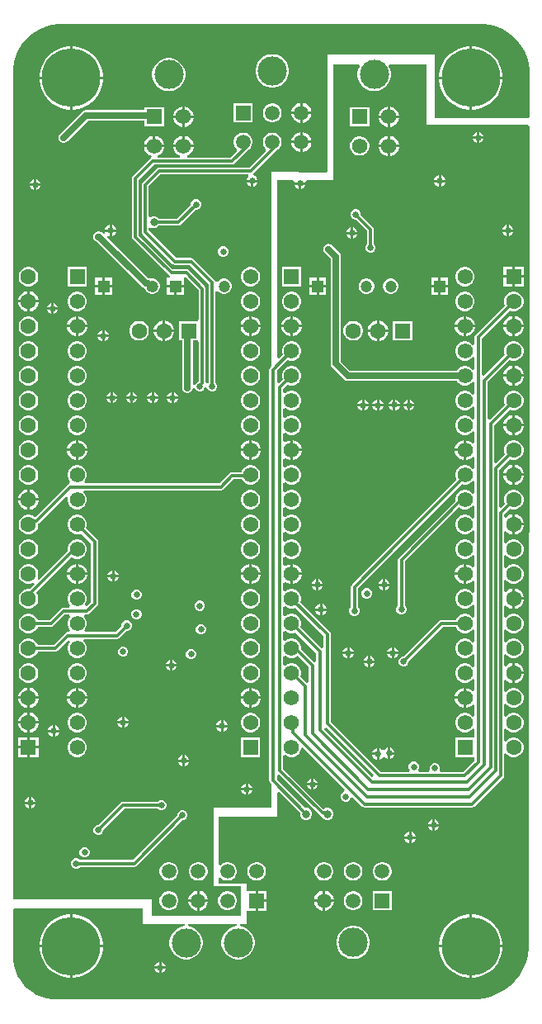
<source format=gbl>
G04*
G04 #@! TF.GenerationSoftware,Altium Limited,Altium Designer,23.0.1 (38)*
G04*
G04 Layer_Physical_Order=4*
G04 Layer_Color=16711680*
%FSLAX44Y44*%
%MOMM*%
G71*
G04*
G04 #@! TF.SameCoordinates,BC9D6512-4978-4A19-9F96-E8A3AF7CD3FB*
G04*
G04*
G04 #@! TF.FilePolarity,Positive*
G04*
G01*
G75*
%ADD50C,3.0000*%
%ADD51R,1.5700X1.5700*%
%ADD52C,1.5700*%
%ADD56R,1.2000X1.2000*%
%ADD57C,1.2000*%
%ADD64C,0.3048*%
%ADD65C,0.6350*%
%ADD66C,1.5200*%
%ADD67R,1.5200X1.5200*%
%ADD69C,1.6000*%
%ADD70R,1.6000X1.6000*%
%ADD71C,1.5600*%
%ADD72R,1.5600X1.5600*%
%ADD73R,1.6000X1.6000*%
%ADD74C,1.6000*%
%ADD75C,6.0000*%
%ADD76C,0.6500*%
%ADD77C,0.8000*%
G36*
X424180Y897061D02*
X528626D01*
X530063Y895624D01*
X529637Y56581D01*
X529636Y56581D01*
X529599Y52876D01*
X528558Y45541D01*
X526569Y38404D01*
X523665Y31588D01*
X519896Y25209D01*
X515327Y19376D01*
X510036Y14190D01*
X504113Y9739D01*
X497660Y6099D01*
X490787Y3333D01*
X483611Y1487D01*
X476256Y594D01*
X472552Y631D01*
X472552Y631D01*
X472317Y64D01*
X43537Y491D01*
X40715Y491D01*
X35121Y1228D01*
X29670Y2688D01*
X24457Y4848D01*
X19570Y7669D01*
X15094Y11104D01*
X11104Y15094D01*
X7669Y19571D01*
X4847Y24458D01*
X2688Y29671D01*
X1228Y35121D01*
X491Y40716D01*
X491Y43537D01*
X109Y92537D01*
X1540Y93980D01*
X133350D01*
Y77470D01*
X176089D01*
X176122Y75452D01*
X172832Y74798D01*
X169732Y73514D01*
X166943Y71650D01*
X164570Y69277D01*
X162706Y66488D01*
X161423Y63388D01*
X160768Y60097D01*
Y56743D01*
X161423Y53452D01*
X162706Y50352D01*
X164570Y47563D01*
X166943Y45190D01*
X169732Y43326D01*
X172832Y42042D01*
X176122Y41388D01*
X179478D01*
X182768Y42042D01*
X185868Y43326D01*
X188657Y45190D01*
X191030Y47563D01*
X192894Y50352D01*
X194177Y53452D01*
X194832Y56743D01*
Y60097D01*
X194177Y63388D01*
X192894Y66488D01*
X191030Y69277D01*
X188657Y71650D01*
X185868Y73514D01*
X182768Y74798D01*
X179478Y75452D01*
X179511Y77470D01*
X229429D01*
X229463Y75452D01*
X226172Y74798D01*
X223072Y73514D01*
X220283Y71650D01*
X217910Y69277D01*
X216046Y66488D01*
X214762Y63388D01*
X214108Y60097D01*
Y56743D01*
X214762Y53452D01*
X216046Y50352D01*
X217910Y47563D01*
X220283Y45190D01*
X223072Y43326D01*
X226172Y42042D01*
X229463Y41388D01*
X232817D01*
X236108Y42042D01*
X239208Y43326D01*
X241997Y45190D01*
X244370Y47563D01*
X246234Y50352D01*
X247518Y53452D01*
X248172Y56743D01*
Y60097D01*
X247518Y63388D01*
X246234Y66488D01*
X244370Y69277D01*
X241997Y71650D01*
X239208Y73514D01*
X236108Y74798D01*
X232817Y75452D01*
X232851Y77470D01*
X240030D01*
Y89436D01*
X240050Y91460D01*
X242062Y91460D01*
X248920D01*
Y101600D01*
Y111740D01*
X242062D01*
X240050Y111740D01*
X240030Y113764D01*
Y119380D01*
X210820D01*
Y124595D01*
X211318Y124922D01*
X212852Y125316D01*
X214276Y123892D01*
X216472Y122624D01*
X218922Y121968D01*
X221458D01*
X223908Y122624D01*
X226104Y123892D01*
X227897Y125686D01*
X229166Y127882D01*
X229822Y130332D01*
Y132868D01*
X229166Y135318D01*
X227897Y137514D01*
X226104Y139307D01*
X223908Y140576D01*
X221458Y141232D01*
X218922D01*
X216472Y140576D01*
X214276Y139307D01*
X212852Y137884D01*
X211318Y138278D01*
X210820Y138605D01*
Y187960D01*
X271450D01*
Y212258D01*
X273327Y213035D01*
X294958Y191404D01*
Y189300D01*
X295876Y187083D01*
X297573Y185386D01*
X299790Y184468D01*
X302190D01*
X304407Y185386D01*
X306104Y187083D01*
X307022Y189300D01*
Y191700D01*
X306104Y193917D01*
X304407Y195614D01*
X302190Y196532D01*
X300086D01*
X271450Y225168D01*
Y230038D01*
X273327Y230815D01*
X315259Y188884D01*
X315259Y188884D01*
X316435Y188098D01*
X317101Y187965D01*
X317466Y187083D01*
X319163Y185386D01*
X321380Y184468D01*
X323780D01*
X325997Y185386D01*
X327694Y187083D01*
X328612Y189300D01*
Y191700D01*
X327694Y193917D01*
X325997Y195614D01*
X323780Y196532D01*
X321380D01*
X319163Y195614D01*
X318974Y195424D01*
X277576Y236822D01*
Y250346D01*
X279608Y251188D01*
X279963Y250833D01*
X282205Y249538D01*
X284706Y248868D01*
X287294D01*
X289795Y249538D01*
X292037Y250833D01*
X293868Y252663D01*
X295162Y254905D01*
X295832Y257406D01*
Y257507D01*
X297864Y258349D01*
X340773Y215439D01*
X340012Y213327D01*
X338638Y212758D01*
X337152Y211272D01*
X336348Y209331D01*
Y207229D01*
X337152Y205288D01*
X338638Y203802D01*
X340579Y202998D01*
X342681D01*
X344622Y203802D01*
X346108Y205288D01*
X346677Y206662D01*
X348789Y207423D01*
X358116Y198096D01*
X358116Y198096D01*
X359293Y197310D01*
X360680Y197034D01*
X360680Y197034D01*
X471170D01*
X471170Y197034D01*
X472557Y197310D01*
X473734Y198096D01*
X502944Y227306D01*
X502944Y227306D01*
X503730Y228482D01*
X504006Y229870D01*
X504006Y229870D01*
Y251883D01*
X505736Y252461D01*
X506038Y252475D01*
X507840Y250672D01*
X510128Y249352D01*
X512679Y248668D01*
X515321D01*
X517872Y249352D01*
X520160Y250672D01*
X522028Y252540D01*
X523348Y254828D01*
X524032Y257379D01*
Y260021D01*
X523348Y262572D01*
X522028Y264860D01*
X520160Y266728D01*
X517872Y268048D01*
X515321Y268732D01*
X512679D01*
X510128Y268048D01*
X507840Y266728D01*
X506038Y264925D01*
X505736Y264939D01*
X504006Y265517D01*
Y277283D01*
X505736Y277861D01*
X506038Y277875D01*
X507840Y276072D01*
X510128Y274752D01*
X512679Y274068D01*
X515321D01*
X517872Y274752D01*
X520160Y276072D01*
X522028Y277940D01*
X523348Y280228D01*
X524032Y282779D01*
Y285421D01*
X523348Y287972D01*
X522028Y290260D01*
X520160Y292128D01*
X517872Y293448D01*
X515321Y294132D01*
X512679D01*
X510128Y293448D01*
X507840Y292128D01*
X506038Y290325D01*
X505736Y290339D01*
X504006Y290917D01*
Y302683D01*
X505736Y303261D01*
X506038Y303275D01*
X507840Y301472D01*
X510128Y300152D01*
X512679Y299468D01*
X515321D01*
X517872Y300152D01*
X520160Y301472D01*
X522028Y303340D01*
X523348Y305628D01*
X524032Y308179D01*
Y310821D01*
X523348Y313372D01*
X522028Y315660D01*
X520160Y317528D01*
X517872Y318848D01*
X515321Y319532D01*
X512679D01*
X510128Y318848D01*
X507840Y317528D01*
X506038Y315725D01*
X505736Y315739D01*
X504006Y316317D01*
Y327259D01*
X504077Y327313D01*
X506038Y327957D01*
X507528Y326466D01*
X509932Y325078D01*
X512612Y324360D01*
X512730D01*
Y334900D01*
Y345440D01*
X512612D01*
X509932Y344722D01*
X507528Y343334D01*
X506038Y341843D01*
X504077Y342487D01*
X504006Y342541D01*
Y353483D01*
X505736Y354061D01*
X506038Y354075D01*
X507840Y352272D01*
X510128Y350952D01*
X512679Y350268D01*
X515321D01*
X517872Y350952D01*
X520160Y352272D01*
X522028Y354140D01*
X523348Y356428D01*
X524032Y358979D01*
Y361621D01*
X523348Y364172D01*
X522028Y366460D01*
X520160Y368328D01*
X517872Y369648D01*
X515321Y370332D01*
X512679D01*
X510128Y369648D01*
X507840Y368328D01*
X506038Y366525D01*
X505736Y366539D01*
X504006Y367117D01*
Y378883D01*
X505736Y379461D01*
X506038Y379475D01*
X507840Y377672D01*
X510128Y376352D01*
X512679Y375668D01*
X515321D01*
X517872Y376352D01*
X520160Y377672D01*
X522028Y379540D01*
X523348Y381828D01*
X524032Y384379D01*
Y387021D01*
X523348Y389572D01*
X522028Y391860D01*
X520160Y393728D01*
X517872Y395048D01*
X515321Y395732D01*
X512679D01*
X510128Y395048D01*
X507840Y393728D01*
X506038Y391925D01*
X505736Y391939D01*
X504006Y392517D01*
Y403459D01*
X504077Y403513D01*
X506038Y404156D01*
X507528Y402666D01*
X509932Y401278D01*
X512612Y400560D01*
X512730D01*
Y411100D01*
Y421640D01*
X512612D01*
X509932Y420922D01*
X507528Y419534D01*
X506038Y418044D01*
X504077Y418687D01*
X504006Y418741D01*
Y429683D01*
X505736Y430261D01*
X506038Y430275D01*
X507840Y428472D01*
X510128Y427152D01*
X512679Y426468D01*
X515321D01*
X517872Y427152D01*
X520160Y428472D01*
X522028Y430340D01*
X523348Y432628D01*
X524032Y435179D01*
Y437821D01*
X523348Y440372D01*
X522028Y442660D01*
X520160Y444528D01*
X517872Y445848D01*
X515321Y446532D01*
X512679D01*
X510128Y445848D01*
X507840Y444528D01*
X506038Y442725D01*
X505736Y442739D01*
X504006Y443317D01*
Y455083D01*
X505736Y455661D01*
X506038Y455675D01*
X507840Y453872D01*
X510128Y452552D01*
X512679Y451868D01*
X515321D01*
X517872Y452552D01*
X520160Y453872D01*
X522028Y455740D01*
X523348Y458028D01*
X524032Y460579D01*
Y463221D01*
X523348Y465772D01*
X522028Y468060D01*
X520160Y469928D01*
X517872Y471248D01*
X515321Y471932D01*
X512679D01*
X510128Y471248D01*
X507840Y469928D01*
X506038Y468125D01*
X505736Y468139D01*
X504006Y468717D01*
Y479659D01*
X504077Y479713D01*
X506038Y480356D01*
X507528Y478866D01*
X509932Y477478D01*
X512612Y476760D01*
X512730D01*
Y487300D01*
Y497840D01*
X512612D01*
X509932Y497122D01*
X507528Y495734D01*
X506038Y494244D01*
X504077Y494887D01*
X504006Y494941D01*
Y497578D01*
X509907Y503479D01*
X510128Y503352D01*
X512679Y502668D01*
X515321D01*
X517872Y503352D01*
X520160Y504672D01*
X522028Y506540D01*
X523348Y508828D01*
X524032Y511379D01*
Y514021D01*
X523348Y516572D01*
X522028Y518860D01*
X520160Y520728D01*
X517872Y522048D01*
X515321Y522732D01*
X512679D01*
X510128Y522048D01*
X507840Y520728D01*
X505972Y518860D01*
X504652Y516572D01*
X503968Y514021D01*
Y511379D01*
X504652Y508828D01*
X504779Y508607D01*
X500803Y504631D01*
X498926Y505408D01*
Y543298D01*
X509907Y554279D01*
X510128Y554152D01*
X512679Y553468D01*
X515321D01*
X517872Y554152D01*
X520160Y555472D01*
X522028Y557340D01*
X523348Y559628D01*
X524032Y562179D01*
Y564821D01*
X523348Y567372D01*
X522028Y569660D01*
X520160Y571528D01*
X517872Y572848D01*
X515321Y573532D01*
X512679D01*
X510128Y572848D01*
X507840Y571528D01*
X505972Y569660D01*
X504652Y567372D01*
X503968Y564821D01*
Y562179D01*
X504652Y559628D01*
X504779Y559407D01*
X495723Y550350D01*
X493846Y551128D01*
Y589018D01*
X509907Y605079D01*
X510128Y604952D01*
X512679Y604268D01*
X515321D01*
X517872Y604952D01*
X520160Y606272D01*
X522028Y608140D01*
X523348Y610428D01*
X524032Y612979D01*
Y615621D01*
X523348Y618172D01*
X522028Y620460D01*
X520160Y622328D01*
X517872Y623648D01*
X515321Y624332D01*
X512679D01*
X510128Y623648D01*
X507840Y622328D01*
X505972Y620460D01*
X504652Y618172D01*
X503968Y615621D01*
Y612979D01*
X504652Y610428D01*
X504779Y610207D01*
X489528Y594955D01*
X487496Y595797D01*
Y633468D01*
X509907Y655879D01*
X510128Y655752D01*
X512679Y655068D01*
X515321D01*
X517872Y655752D01*
X520160Y657072D01*
X522028Y658940D01*
X523348Y661228D01*
X524032Y663779D01*
Y666421D01*
X523348Y668972D01*
X522028Y671260D01*
X520160Y673128D01*
X517872Y674448D01*
X515321Y675132D01*
X512679D01*
X510128Y674448D01*
X507840Y673128D01*
X505972Y671260D01*
X504652Y668972D01*
X503968Y666421D01*
Y663779D01*
X504652Y661228D01*
X504779Y661007D01*
X483178Y639405D01*
X481146Y640247D01*
Y677918D01*
X509907Y706679D01*
X510128Y706552D01*
X512679Y705868D01*
X515321D01*
X517872Y706552D01*
X520160Y707872D01*
X522028Y709740D01*
X523348Y712028D01*
X524032Y714579D01*
Y717221D01*
X523348Y719772D01*
X522028Y722060D01*
X520160Y723928D01*
X517872Y725248D01*
X515321Y725932D01*
X512679D01*
X510128Y725248D01*
X507840Y723928D01*
X505972Y722060D01*
X504652Y719772D01*
X503968Y717221D01*
Y714579D01*
X504652Y712028D01*
X504779Y711807D01*
X474956Y681984D01*
X474170Y680807D01*
X473894Y679420D01*
X473894Y679420D01*
Y671691D01*
X471887Y671142D01*
X471862Y671142D01*
X470037Y672968D01*
X467795Y674262D01*
X465294Y674932D01*
X462706D01*
X460205Y674262D01*
X457963Y672968D01*
X456133Y671137D01*
X454838Y668895D01*
X454168Y666394D01*
Y663806D01*
X454838Y661305D01*
X456133Y659063D01*
X457963Y657233D01*
X460205Y655938D01*
X462706Y655268D01*
X465294D01*
X467795Y655938D01*
X470037Y657233D01*
X471862Y659058D01*
X471887Y659058D01*
X473894Y658510D01*
Y646291D01*
X471887Y645742D01*
X471862Y645742D01*
X470037Y647568D01*
X467795Y648862D01*
X465294Y649532D01*
X462706D01*
X460205Y648862D01*
X457963Y647568D01*
X456133Y645737D01*
X455712Y645009D01*
X345949D01*
X336779Y654179D01*
Y762000D01*
X336375Y764032D01*
X335224Y765754D01*
X327604Y773374D01*
X327490Y773450D01*
X326842Y774098D01*
X325996Y774448D01*
X325882Y774525D01*
X325747Y774552D01*
X324901Y774902D01*
X323985D01*
X323850Y774929D01*
X323715Y774902D01*
X322799D01*
X321953Y774552D01*
X321818Y774525D01*
X321704Y774448D01*
X320858Y774098D01*
X320210Y773450D01*
X320096Y773374D01*
X320020Y773260D01*
X319372Y772612D01*
X319021Y771766D01*
X318945Y771652D01*
X318918Y771517D01*
X318568Y770671D01*
Y769755D01*
X318541Y769620D01*
X318568Y769485D01*
Y768569D01*
X318918Y767723D01*
X318945Y767588D01*
X319021Y767474D01*
X319372Y766628D01*
X320020Y765980D01*
X320096Y765866D01*
X326161Y759801D01*
Y651980D01*
X326161Y651980D01*
X326565Y649948D01*
X327716Y648226D01*
X339996Y635946D01*
X339996Y635946D01*
X341718Y634795D01*
X343750Y634391D01*
X455712D01*
X456133Y633663D01*
X457963Y631833D01*
X460205Y630538D01*
X462706Y629868D01*
X465294D01*
X467795Y630538D01*
X470037Y631833D01*
X471862Y633658D01*
X471887Y633658D01*
X473894Y633110D01*
Y620891D01*
X471887Y620342D01*
X471862Y620342D01*
X470037Y622168D01*
X467795Y623462D01*
X465294Y624132D01*
X462706D01*
X460205Y623462D01*
X457963Y622168D01*
X456133Y620337D01*
X454838Y618095D01*
X454168Y615594D01*
Y613006D01*
X454838Y610505D01*
X456133Y608263D01*
X457963Y606432D01*
X460205Y605138D01*
X462706Y604468D01*
X465294D01*
X467795Y605138D01*
X470037Y606432D01*
X471862Y608258D01*
X471887Y608258D01*
X473894Y607710D01*
Y595491D01*
X471887Y594942D01*
X471862Y594942D01*
X470037Y596768D01*
X467795Y598062D01*
X465294Y598732D01*
X462706D01*
X460205Y598062D01*
X457963Y596768D01*
X456133Y594937D01*
X454838Y592695D01*
X454168Y590194D01*
Y587606D01*
X454838Y585105D01*
X456133Y582863D01*
X457963Y581032D01*
X460205Y579738D01*
X462706Y579068D01*
X465294D01*
X467795Y579738D01*
X470037Y581032D01*
X471862Y582858D01*
X471887Y582858D01*
X473894Y582309D01*
Y570972D01*
X473577Y570752D01*
X471862Y570261D01*
X470349Y571774D01*
X467991Y573135D01*
X465361Y573840D01*
X465270D01*
Y563500D01*
Y553160D01*
X465361D01*
X467991Y553865D01*
X470349Y555226D01*
X471862Y556739D01*
X473577Y556248D01*
X473894Y556028D01*
Y544691D01*
X471887Y544142D01*
X471862Y544142D01*
X470037Y545968D01*
X467795Y547262D01*
X465294Y547932D01*
X462706D01*
X460205Y547262D01*
X457963Y545968D01*
X456133Y544137D01*
X454838Y541895D01*
X454168Y539394D01*
Y536806D01*
X454838Y534305D01*
X455416Y533305D01*
X393786Y471675D01*
X393786Y471675D01*
X393786Y471675D01*
X347956Y425845D01*
X347170Y424669D01*
X346894Y423281D01*
X346894Y423281D01*
Y402625D01*
X346042Y401772D01*
X345238Y399831D01*
Y397729D01*
X346042Y395788D01*
X347528Y394302D01*
X349469Y393498D01*
X351571D01*
X353512Y394302D01*
X354998Y395788D01*
X355802Y397729D01*
Y399831D01*
X354998Y401772D01*
X354146Y402625D01*
Y421780D01*
X398913Y466547D01*
X398913Y466547D01*
X461072Y528706D01*
X462706Y528268D01*
X465294D01*
X467795Y528938D01*
X470037Y530233D01*
X471862Y532058D01*
X471887Y532058D01*
X473894Y531510D01*
Y519291D01*
X471887Y518742D01*
X471862Y518742D01*
X470037Y520568D01*
X467795Y521862D01*
X465294Y522532D01*
X462706D01*
X460205Y521862D01*
X457963Y520568D01*
X456133Y518737D01*
X454838Y516495D01*
X454168Y513994D01*
Y511406D01*
X454176Y511374D01*
X396216Y453414D01*
X395430Y452238D01*
X395154Y450850D01*
X395154Y450850D01*
Y403895D01*
X394302Y403042D01*
X393498Y401101D01*
Y398999D01*
X394302Y397058D01*
X395788Y395572D01*
X397729Y394768D01*
X399831D01*
X401772Y395572D01*
X403258Y397058D01*
X404062Y398999D01*
Y401101D01*
X403258Y403042D01*
X402406Y403895D01*
Y449348D01*
X457926Y504869D01*
X457963Y504832D01*
X460205Y503538D01*
X462706Y502868D01*
X465294D01*
X467795Y503538D01*
X470037Y504832D01*
X471862Y506658D01*
X471887Y506658D01*
X473894Y506110D01*
Y493891D01*
X471887Y493342D01*
X471862Y493342D01*
X470037Y495168D01*
X467795Y496462D01*
X465294Y497132D01*
X462706D01*
X460205Y496462D01*
X457963Y495168D01*
X456133Y493337D01*
X454838Y491095D01*
X454168Y488594D01*
Y486006D01*
X454838Y483505D01*
X456133Y481263D01*
X457963Y479432D01*
X460205Y478138D01*
X462706Y477468D01*
X465294D01*
X467795Y478138D01*
X470037Y479432D01*
X471862Y481258D01*
X471887Y481258D01*
X473894Y480709D01*
Y468491D01*
X471887Y467942D01*
X471862Y467942D01*
X470037Y469768D01*
X467795Y471062D01*
X465294Y471732D01*
X462706D01*
X460205Y471062D01*
X457963Y469768D01*
X456133Y467937D01*
X454838Y465695D01*
X454168Y463194D01*
Y460606D01*
X454838Y458105D01*
X456133Y455863D01*
X457963Y454033D01*
X460205Y452738D01*
X462706Y452068D01*
X465294D01*
X467795Y452738D01*
X470037Y454033D01*
X471862Y455858D01*
X471887Y455858D01*
X473894Y455309D01*
Y443972D01*
X473577Y443752D01*
X471862Y443261D01*
X470349Y444774D01*
X467991Y446135D01*
X465361Y446840D01*
X465270D01*
Y436500D01*
Y426160D01*
X465361D01*
X467991Y426865D01*
X470349Y428226D01*
X471862Y429739D01*
X473577Y429248D01*
X473894Y429028D01*
Y417691D01*
X471887Y417142D01*
X471862Y417142D01*
X470037Y418968D01*
X467795Y420262D01*
X465294Y420932D01*
X462706D01*
X460205Y420262D01*
X457963Y418968D01*
X456133Y417137D01*
X454838Y414895D01*
X454168Y412394D01*
Y409806D01*
X454838Y407305D01*
X456133Y405063D01*
X457963Y403232D01*
X460205Y401938D01*
X462706Y401268D01*
X465294D01*
X467795Y401938D01*
X470037Y403232D01*
X471862Y405058D01*
X471887Y405058D01*
X473894Y404510D01*
Y392291D01*
X471887Y391742D01*
X471862Y391742D01*
X470037Y393568D01*
X467795Y394862D01*
X465294Y395532D01*
X462706D01*
X460205Y394862D01*
X457963Y393568D01*
X456133Y391737D01*
X454838Y389495D01*
X454793Y389326D01*
X439881D01*
X438493Y389050D01*
X437317Y388264D01*
X437317Y388264D01*
X401045Y351992D01*
X399840D01*
X397899Y351188D01*
X396413Y349702D01*
X395609Y347761D01*
Y345659D01*
X396413Y343718D01*
X397899Y342232D01*
X399840Y341428D01*
X401941D01*
X403883Y342232D01*
X405369Y343718D01*
X406173Y345659D01*
Y346865D01*
X441383Y382074D01*
X454793D01*
X454838Y381905D01*
X456133Y379663D01*
X457963Y377832D01*
X460205Y376538D01*
X462706Y375868D01*
X465294D01*
X467795Y376538D01*
X470037Y377832D01*
X471862Y379658D01*
X471887Y379658D01*
X473894Y379109D01*
Y366891D01*
X471887Y366342D01*
X471862Y366342D01*
X470037Y368168D01*
X467795Y369462D01*
X465294Y370132D01*
X462706D01*
X460205Y369462D01*
X457963Y368168D01*
X456133Y366337D01*
X454838Y364095D01*
X454168Y361594D01*
Y359006D01*
X454838Y356505D01*
X456133Y354263D01*
X457963Y352433D01*
X460205Y351138D01*
X462706Y350468D01*
X465294D01*
X467795Y351138D01*
X470037Y352433D01*
X471862Y354258D01*
X471887Y354258D01*
X473894Y353709D01*
Y341491D01*
X471887Y340942D01*
X471862Y340942D01*
X470037Y342768D01*
X467795Y344062D01*
X465294Y344732D01*
X462706D01*
X460205Y344062D01*
X457963Y342768D01*
X456133Y340937D01*
X454838Y338695D01*
X454168Y336194D01*
Y333606D01*
X454838Y331105D01*
X456133Y328863D01*
X457963Y327033D01*
X460205Y325738D01*
X462706Y325068D01*
X465294D01*
X467795Y325738D01*
X470037Y327033D01*
X471862Y328858D01*
X471887Y328858D01*
X473894Y328310D01*
Y316972D01*
X473577Y316752D01*
X471862Y316261D01*
X470349Y317774D01*
X467991Y319135D01*
X465361Y319840D01*
X465270D01*
Y309500D01*
Y299160D01*
X465361D01*
X467991Y299865D01*
X470349Y301226D01*
X471862Y302739D01*
X473577Y302248D01*
X473894Y302028D01*
Y290691D01*
X471887Y290142D01*
X471862Y290142D01*
X470037Y291968D01*
X467795Y293262D01*
X465294Y293932D01*
X462706D01*
X460205Y293262D01*
X457963Y291968D01*
X456133Y290137D01*
X454838Y287895D01*
X454168Y285394D01*
Y282806D01*
X454838Y280305D01*
X456133Y278063D01*
X457963Y276232D01*
X460205Y274938D01*
X462706Y274268D01*
X465294D01*
X467795Y274938D01*
X470037Y276232D01*
X471862Y278058D01*
X471887Y278058D01*
X473894Y277509D01*
Y270538D01*
X473832Y268532D01*
X471862Y268532D01*
X454168D01*
Y248868D01*
X471862D01*
X473832Y248868D01*
X473894Y246862D01*
Y245342D01*
X462048Y233496D01*
X439201D01*
X437975Y235528D01*
X438352Y236439D01*
Y238541D01*
X437548Y240482D01*
X436062Y241968D01*
X434121Y242772D01*
X432019D01*
X430078Y241968D01*
X428592Y240482D01*
X427788Y238541D01*
Y236439D01*
X428165Y235528D01*
X426939Y233496D01*
X416559D01*
X415718Y235528D01*
X415958Y235768D01*
X416762Y237709D01*
Y239811D01*
X415958Y241752D01*
X414472Y243238D01*
X412531Y244042D01*
X410429D01*
X408488Y243238D01*
X407002Y241752D01*
X406198Y239811D01*
Y237709D01*
X407002Y235768D01*
X407242Y235528D01*
X406400Y233496D01*
X377422D01*
X326206Y284712D01*
Y374520D01*
X326206Y374520D01*
X325930Y375908D01*
X325144Y377084D01*
X325144Y377084D01*
X295074Y407153D01*
X295162Y407305D01*
X295832Y409806D01*
Y412394D01*
X295162Y414895D01*
X293868Y417137D01*
X292037Y418968D01*
X289795Y420262D01*
X287294Y420932D01*
X284706D01*
X282205Y420262D01*
X279963Y418968D01*
X279608Y418612D01*
X277576Y419454D01*
Y427428D01*
X279608Y428269D01*
X279651Y428226D01*
X282009Y426865D01*
X284639Y426160D01*
X284730D01*
Y436500D01*
Y446840D01*
X284639D01*
X282009Y446135D01*
X279651Y444774D01*
X279608Y444731D01*
X277576Y445572D01*
Y453546D01*
X279608Y454388D01*
X279963Y454033D01*
X282205Y452738D01*
X284706Y452068D01*
X287294D01*
X289795Y452738D01*
X292037Y454033D01*
X293868Y455863D01*
X295162Y458105D01*
X295832Y460606D01*
Y463194D01*
X295162Y465695D01*
X293868Y467937D01*
X292037Y469768D01*
X289795Y471062D01*
X287294Y471732D01*
X284706D01*
X282205Y471062D01*
X279963Y469768D01*
X279608Y469412D01*
X277576Y470254D01*
Y478946D01*
X279608Y479788D01*
X279963Y479432D01*
X282205Y478138D01*
X284706Y477468D01*
X287294D01*
X289795Y478138D01*
X292037Y479432D01*
X293868Y481263D01*
X295162Y483505D01*
X295832Y486006D01*
Y488594D01*
X295162Y491095D01*
X293868Y493337D01*
X292037Y495168D01*
X289795Y496462D01*
X287294Y497132D01*
X284706D01*
X282205Y496462D01*
X279963Y495168D01*
X279608Y494812D01*
X277576Y495654D01*
Y504346D01*
X279608Y505188D01*
X279963Y504832D01*
X282205Y503538D01*
X284706Y502868D01*
X287294D01*
X289795Y503538D01*
X292037Y504832D01*
X293868Y506663D01*
X295162Y508905D01*
X295832Y511406D01*
Y513994D01*
X295162Y516495D01*
X293868Y518737D01*
X292037Y520568D01*
X289795Y521862D01*
X287294Y522532D01*
X284706D01*
X282205Y521862D01*
X279963Y520568D01*
X279608Y520212D01*
X277576Y521054D01*
Y529746D01*
X279608Y530588D01*
X279963Y530233D01*
X282205Y528938D01*
X284706Y528268D01*
X287294D01*
X289795Y528938D01*
X292037Y530233D01*
X293868Y532063D01*
X295162Y534305D01*
X295832Y536806D01*
Y539394D01*
X295162Y541895D01*
X293868Y544137D01*
X292037Y545968D01*
X289795Y547262D01*
X287294Y547932D01*
X284706D01*
X282205Y547262D01*
X279963Y545968D01*
X279608Y545612D01*
X277576Y546454D01*
Y554428D01*
X279608Y555269D01*
X279651Y555226D01*
X282009Y553865D01*
X284639Y553160D01*
X284730D01*
Y563500D01*
Y573840D01*
X284639D01*
X282009Y573135D01*
X279651Y571774D01*
X279608Y571731D01*
X277576Y572572D01*
Y580546D01*
X279608Y581388D01*
X279963Y581032D01*
X282205Y579738D01*
X284706Y579068D01*
X287294D01*
X289795Y579738D01*
X292037Y581032D01*
X293868Y582863D01*
X295162Y585105D01*
X295832Y587606D01*
Y590194D01*
X295162Y592695D01*
X293868Y594937D01*
X292037Y596768D01*
X289795Y598062D01*
X287294Y598732D01*
X284706D01*
X282205Y598062D01*
X279963Y596768D01*
X279608Y596412D01*
X277576Y597254D01*
Y605946D01*
X279608Y606788D01*
X279963Y606432D01*
X282205Y605138D01*
X284706Y604468D01*
X287294D01*
X289795Y605138D01*
X292037Y606432D01*
X293868Y608263D01*
X295162Y610505D01*
X295832Y613006D01*
Y615594D01*
X295162Y618095D01*
X293868Y620337D01*
X292037Y622168D01*
X289795Y623462D01*
X287294Y624132D01*
X284706D01*
X282205Y623462D01*
X279963Y622168D01*
X279608Y621812D01*
X277576Y622654D01*
Y626148D01*
X282053Y630626D01*
X282205Y630538D01*
X284706Y629868D01*
X287294D01*
X289795Y630538D01*
X292037Y631833D01*
X293868Y633663D01*
X295162Y635905D01*
X295832Y638406D01*
Y640994D01*
X295162Y643495D01*
X293868Y645737D01*
X292037Y647568D01*
X289795Y648862D01*
X287294Y649532D01*
X284706D01*
X282205Y648862D01*
X279963Y647568D01*
X278132Y645737D01*
X276838Y643495D01*
X276168Y640994D01*
Y638406D01*
X276838Y635905D01*
X276926Y635753D01*
X273327Y632155D01*
X271450Y632933D01*
Y645423D01*
X282053Y656026D01*
X282205Y655938D01*
X284706Y655268D01*
X287294D01*
X289795Y655938D01*
X292037Y657233D01*
X293868Y659063D01*
X295162Y661305D01*
X295832Y663806D01*
Y666394D01*
X295162Y668895D01*
X293868Y671137D01*
X292037Y672968D01*
X289795Y674262D01*
X287294Y674932D01*
X284706D01*
X282205Y674262D01*
X279963Y672968D01*
X278132Y671137D01*
X276838Y668895D01*
X276168Y666394D01*
Y663806D01*
X276838Y661305D01*
X276926Y661153D01*
X273327Y657555D01*
X271450Y658332D01*
Y840740D01*
X287781D01*
X289139Y838708D01*
X288889Y838105D01*
X300371D01*
X300121Y838708D01*
X301479Y840740D01*
X328930D01*
Y958850D01*
X355163D01*
X356121Y957058D01*
X355746Y956498D01*
X354463Y953398D01*
X353808Y950107D01*
Y946752D01*
X354463Y943462D01*
X355746Y940362D01*
X357610Y937573D01*
X359983Y935200D01*
X362772Y933336D01*
X365872Y932053D01*
X369162Y931398D01*
X372518D01*
X375808Y932053D01*
X378908Y933336D01*
X381697Y935200D01*
X384070Y937573D01*
X385934Y940362D01*
X387217Y943462D01*
X387872Y946752D01*
Y950107D01*
X387217Y953398D01*
X385934Y956498D01*
X385559Y957058D01*
X386517Y958850D01*
X424180D01*
Y897061D01*
D02*
G37*
G36*
X50063Y1000063D02*
X50064Y1000063D01*
X480064D01*
X483341Y1000063D01*
X489839Y999208D01*
X496170Y997512D01*
X502225Y995004D01*
X507902Y991726D01*
X513102Y987736D01*
X517736Y983102D01*
X521726Y977902D01*
X525003Y972225D01*
X527511Y966170D01*
X529208Y959839D01*
X530063Y953340D01*
X530063Y950063D01*
X530063Y950063D01*
X530063Y950063D01*
X530064Y905442D01*
X528625Y904007D01*
X433054Y904256D01*
X433069Y966885D01*
X433070Y969010D01*
X432911Y968851D01*
X431038Y968851D01*
X322920D01*
Y849580D01*
X321478Y848148D01*
X265430Y848590D01*
Y649658D01*
X264136Y648364D01*
X263350Y647188D01*
X263074Y645800D01*
X263074Y645800D01*
Y224790D01*
X263074Y224790D01*
X263350Y223403D01*
X264136Y222226D01*
X265430Y220933D01*
Y196850D01*
X205740D01*
Y116050D01*
X233680D01*
Y86360D01*
X142240D01*
Y102870D01*
X63D01*
X63Y951702D01*
X117Y954926D01*
X1065Y961303D01*
X2837Y967503D01*
X5404Y973418D01*
X8720Y978947D01*
X12730Y983996D01*
X17365Y988479D01*
X22545Y992318D01*
X28182Y995449D01*
X34179Y997817D01*
X40434Y999382D01*
X46840Y1000117D01*
X50063Y1000063D01*
D02*
G37*
G36*
X279963Y403232D02*
X282205Y401938D01*
X284706Y401268D01*
X287294D01*
X289795Y401938D01*
X289947Y402026D01*
X318954Y373018D01*
Y360877D01*
X316922Y360035D01*
X295122Y381836D01*
X295162Y381905D01*
X295832Y384406D01*
Y386994D01*
X295162Y389495D01*
X293868Y391737D01*
X292037Y393568D01*
X289795Y394862D01*
X287294Y395532D01*
X284706D01*
X282205Y394862D01*
X279963Y393568D01*
X279608Y393212D01*
X277576Y394054D01*
Y402746D01*
X279608Y403588D01*
X279963Y403232D01*
D02*
G37*
G36*
Y377832D02*
X282205Y376538D01*
X284706Y375868D01*
X287294D01*
X289795Y376538D01*
X290029Y376673D01*
X311334Y355368D01*
Y346907D01*
X309302Y346065D01*
X296234Y359133D01*
X295832Y359402D01*
Y361594D01*
X295162Y364095D01*
X293868Y366337D01*
X292037Y368168D01*
X289795Y369462D01*
X287294Y370132D01*
X284706D01*
X282205Y369462D01*
X279963Y368168D01*
X279608Y367812D01*
X277576Y368654D01*
Y377346D01*
X279608Y378188D01*
X279963Y377832D01*
D02*
G37*
G36*
Y352433D02*
X282205Y351138D01*
X284706Y350468D01*
X287294D01*
X289795Y351138D01*
X292037Y352433D01*
X292358Y352754D01*
X303714Y341398D01*
Y325317D01*
X301682Y324475D01*
X295122Y331036D01*
X295162Y331105D01*
X295832Y333606D01*
Y336194D01*
X295162Y338695D01*
X293868Y340937D01*
X292037Y342768D01*
X289795Y344062D01*
X287294Y344732D01*
X284706D01*
X282205Y344062D01*
X279963Y342768D01*
X279608Y342412D01*
X277576Y343254D01*
Y351946D01*
X279608Y352788D01*
X279963Y352433D01*
D02*
G37*
G36*
X370212Y230450D02*
X369543Y228246D01*
X368842Y228106D01*
X319546Y277402D01*
X319686Y278103D01*
X321890Y278772D01*
X370212Y230450D01*
D02*
G37*
%LPC*%
G36*
X387208Y915620D02*
X387110D01*
Y906500D01*
X396230D01*
Y906598D01*
X395522Y909240D01*
X394154Y911610D01*
X392220Y913544D01*
X389850Y914912D01*
X387208Y915620D01*
D02*
G37*
G36*
X384570D02*
X384472D01*
X381830Y914912D01*
X379460Y913544D01*
X377526Y911610D01*
X376158Y909240D01*
X375450Y906598D01*
Y906500D01*
X384570D01*
Y915620D01*
D02*
G37*
G36*
X365722Y915112D02*
X345958D01*
Y895348D01*
X365722D01*
Y915112D01*
D02*
G37*
G36*
X396230Y903960D02*
X387110D01*
Y894840D01*
X387208D01*
X389850Y895548D01*
X392220Y896916D01*
X394154Y898850D01*
X395522Y901220D01*
X396230Y903862D01*
Y903960D01*
D02*
G37*
G36*
X384570D02*
X375450D01*
Y903862D01*
X376158Y901220D01*
X377526Y898850D01*
X379460Y896916D01*
X381830Y895548D01*
X384472Y894840D01*
X384570D01*
Y903960D01*
D02*
G37*
G36*
X478790Y889661D02*
Y885190D01*
X483261D01*
X482429Y887200D01*
X480800Y888829D01*
X478790Y889661D01*
D02*
G37*
G36*
X476250D02*
X474240Y888829D01*
X472611Y887200D01*
X471779Y885190D01*
X476250D01*
Y889661D01*
D02*
G37*
G36*
X483261Y882650D02*
X478790D01*
Y878179D01*
X480800Y879011D01*
X482429Y880640D01*
X483261Y882650D01*
D02*
G37*
G36*
X476250D02*
X471779D01*
X472611Y880640D01*
X474240Y879011D01*
X476250Y878179D01*
Y882650D01*
D02*
G37*
G36*
X387208Y885620D02*
X387110D01*
Y876500D01*
X396230D01*
Y876598D01*
X395522Y879240D01*
X394154Y881610D01*
X392220Y883544D01*
X389850Y884912D01*
X387208Y885620D01*
D02*
G37*
G36*
X384570D02*
X384472D01*
X381830Y884912D01*
X379460Y883544D01*
X377526Y881610D01*
X376158Y879240D01*
X375450Y876598D01*
Y876500D01*
X384570D01*
Y885620D01*
D02*
G37*
G36*
X357141Y885112D02*
X354539D01*
X352026Y884438D01*
X349772Y883138D01*
X347933Y881298D01*
X346632Y879044D01*
X345958Y876531D01*
Y873929D01*
X346632Y871416D01*
X347933Y869162D01*
X349772Y867322D01*
X352026Y866021D01*
X354539Y865348D01*
X357141D01*
X359654Y866021D01*
X361908Y867322D01*
X363748Y869162D01*
X365048Y871416D01*
X365722Y873929D01*
Y876531D01*
X365048Y879044D01*
X363748Y881298D01*
X361908Y883138D01*
X359654Y884438D01*
X357141Y885112D01*
D02*
G37*
G36*
X396230Y873960D02*
X387110D01*
Y864840D01*
X387208D01*
X389850Y865548D01*
X392220Y866916D01*
X394154Y868850D01*
X395522Y871220D01*
X396230Y873862D01*
Y873960D01*
D02*
G37*
G36*
X384570D02*
X375450D01*
Y873862D01*
X376158Y871220D01*
X377526Y868850D01*
X379460Y866916D01*
X381830Y865548D01*
X384472Y864840D01*
X384570D01*
Y873960D01*
D02*
G37*
G36*
X439420Y845211D02*
Y840740D01*
X443891D01*
X443059Y842750D01*
X441430Y844379D01*
X439420Y845211D01*
D02*
G37*
G36*
X436880D02*
X434870Y844379D01*
X433241Y842750D01*
X432409Y840740D01*
X436880D01*
Y845211D01*
D02*
G37*
G36*
X443891Y838200D02*
X439420D01*
Y833729D01*
X441430Y834561D01*
X443059Y836190D01*
X443891Y838200D01*
D02*
G37*
G36*
X436880D02*
X432409D01*
X433241Y836190D01*
X434870Y834561D01*
X436880Y833729D01*
Y838200D01*
D02*
G37*
G36*
X300371Y835565D02*
X295900D01*
Y831093D01*
X297910Y831926D01*
X299539Y833555D01*
X300371Y835565D01*
D02*
G37*
G36*
X293360D02*
X288889D01*
X289721Y833555D01*
X291350Y831926D01*
X293360Y831093D01*
Y835565D01*
D02*
G37*
G36*
X509270Y794411D02*
Y789940D01*
X513741D01*
X512909Y791950D01*
X511280Y793579D01*
X509270Y794411D01*
D02*
G37*
G36*
X506730D02*
X504720Y793579D01*
X503091Y791950D01*
X502259Y789940D01*
X506730D01*
Y794411D01*
D02*
G37*
G36*
X349250Y791871D02*
Y787400D01*
X353721D01*
X352889Y789410D01*
X351260Y791039D01*
X349250Y791871D01*
D02*
G37*
G36*
X346710D02*
X344700Y791039D01*
X343071Y789410D01*
X342239Y787400D01*
X346710D01*
Y791871D01*
D02*
G37*
G36*
X513741Y787400D02*
X509270D01*
Y782929D01*
X511280Y783761D01*
X512909Y785390D01*
X513741Y787400D01*
D02*
G37*
G36*
X506730D02*
X502259D01*
X503091Y785390D01*
X504720Y783761D01*
X506730Y782929D01*
Y787400D01*
D02*
G37*
G36*
X353721Y784860D02*
X349250D01*
Y780389D01*
X351260Y781221D01*
X352889Y782850D01*
X353721Y784860D01*
D02*
G37*
G36*
X346710D02*
X342239D01*
X343071Y782850D01*
X344700Y781221D01*
X346710Y780389D01*
Y784860D01*
D02*
G37*
G36*
X352841Y810462D02*
X350739D01*
X348798Y809658D01*
X347312Y808172D01*
X346508Y806231D01*
Y804129D01*
X347312Y802188D01*
X348798Y800702D01*
X350739Y799898D01*
X351945D01*
X363404Y788438D01*
Y774734D01*
X362552Y773882D01*
X361748Y771941D01*
Y769839D01*
X362552Y767898D01*
X364038Y766412D01*
X365979Y765608D01*
X368081D01*
X370022Y766412D01*
X371508Y767898D01*
X372312Y769839D01*
Y771941D01*
X371508Y773882D01*
X370656Y774734D01*
Y789940D01*
X370656Y789940D01*
X370380Y791328D01*
X369594Y792504D01*
X369594Y792504D01*
X357072Y805025D01*
Y806231D01*
X356268Y808172D01*
X354782Y809658D01*
X352841Y810462D01*
D02*
G37*
G36*
X524540Y751840D02*
X515270D01*
Y742570D01*
X524540D01*
Y751840D01*
D02*
G37*
G36*
X512730D02*
X503460D01*
Y742570D01*
X512730D01*
Y751840D01*
D02*
G37*
G36*
X446290Y740060D02*
X439020D01*
Y732790D01*
X446290D01*
Y740060D01*
D02*
G37*
G36*
X321360D02*
X314090D01*
Y732790D01*
X321360D01*
Y740060D01*
D02*
G37*
G36*
X311550D02*
X304280D01*
Y732790D01*
X311550D01*
Y740060D01*
D02*
G37*
G36*
X436480D02*
X429210D01*
Y732790D01*
X436480D01*
Y740060D01*
D02*
G37*
G36*
X465294Y751132D02*
X462706D01*
X460205Y750462D01*
X457963Y749168D01*
X456133Y747337D01*
X454838Y745095D01*
X454168Y742594D01*
Y740006D01*
X454838Y737505D01*
X456133Y735263D01*
X457963Y733432D01*
X460205Y732138D01*
X462706Y731468D01*
X465294D01*
X467795Y732138D01*
X470037Y733432D01*
X471868Y735263D01*
X473162Y737505D01*
X473832Y740006D01*
Y742594D01*
X473162Y745095D01*
X471868Y747337D01*
X470037Y749168D01*
X467795Y750462D01*
X465294Y751132D01*
D02*
G37*
G36*
X295832D02*
X276168D01*
Y731468D01*
X295832D01*
Y751132D01*
D02*
G37*
G36*
X524540Y740030D02*
X515270D01*
Y730760D01*
X524540D01*
Y740030D01*
D02*
G37*
G36*
X512730D02*
X503460D01*
Y730760D01*
X512730D01*
Y740030D01*
D02*
G37*
G36*
X388807Y739552D02*
X386693D01*
X384650Y739005D01*
X382818Y737947D01*
X381323Y736452D01*
X380265Y734620D01*
X379718Y732577D01*
Y730463D01*
X380265Y728420D01*
X381323Y726588D01*
X382818Y725093D01*
X384650Y724035D01*
X386693Y723488D01*
X388807D01*
X390850Y724035D01*
X392682Y725093D01*
X394177Y726588D01*
X395235Y728420D01*
X395782Y730463D01*
Y732577D01*
X395235Y734620D01*
X394177Y736452D01*
X392682Y737947D01*
X390850Y739005D01*
X388807Y739552D01*
D02*
G37*
G36*
X363877D02*
X361763D01*
X359720Y739005D01*
X357888Y737947D01*
X356393Y736452D01*
X355335Y734620D01*
X354788Y732577D01*
Y730463D01*
X355335Y728420D01*
X356393Y726588D01*
X357888Y725093D01*
X359720Y724035D01*
X361763Y723488D01*
X363877D01*
X365920Y724035D01*
X367752Y725093D01*
X369247Y726588D01*
X370305Y728420D01*
X370852Y730463D01*
Y732577D01*
X370305Y734620D01*
X369247Y736452D01*
X367752Y737947D01*
X365920Y739005D01*
X363877Y739552D01*
D02*
G37*
G36*
X446290Y730250D02*
X439020D01*
Y722980D01*
X446290D01*
Y730250D01*
D02*
G37*
G36*
X436480D02*
X429210D01*
Y722980D01*
X436480D01*
Y730250D01*
D02*
G37*
G36*
X321360D02*
X314090D01*
Y722980D01*
X321360D01*
Y730250D01*
D02*
G37*
G36*
X311550D02*
X304280D01*
Y722980D01*
X311550D01*
Y730250D01*
D02*
G37*
G36*
X465294Y725732D02*
X462706D01*
X460205Y725062D01*
X457963Y723768D01*
X456133Y721937D01*
X454838Y719695D01*
X454168Y717194D01*
Y714606D01*
X454838Y712105D01*
X456133Y709863D01*
X457963Y708033D01*
X460205Y706738D01*
X462706Y706068D01*
X465294D01*
X467795Y706738D01*
X470037Y708033D01*
X471868Y709863D01*
X473162Y712105D01*
X473832Y714606D01*
Y717194D01*
X473162Y719695D01*
X471868Y721937D01*
X470037Y723768D01*
X467795Y725062D01*
X465294Y725732D01*
D02*
G37*
G36*
X287294D02*
X284706D01*
X282205Y725062D01*
X279963Y723768D01*
X278132Y721937D01*
X276838Y719695D01*
X276168Y717194D01*
Y714606D01*
X276838Y712105D01*
X278132Y709863D01*
X279963Y708033D01*
X282205Y706738D01*
X284706Y706068D01*
X287294D01*
X289795Y706738D01*
X292037Y708033D01*
X293868Y709863D01*
X295162Y712105D01*
X295832Y714606D01*
Y717194D01*
X295162Y719695D01*
X293868Y721937D01*
X292037Y723768D01*
X289795Y725062D01*
X287294Y725732D01*
D02*
G37*
G36*
X465361Y700840D02*
X465270D01*
Y691770D01*
X474340D01*
Y691861D01*
X473635Y694491D01*
X472274Y696849D01*
X470349Y698774D01*
X467991Y700135D01*
X465361Y700840D01*
D02*
G37*
G36*
X462730D02*
X462639D01*
X460009Y700135D01*
X457651Y698774D01*
X455726Y696849D01*
X454365Y694491D01*
X453660Y691861D01*
Y691770D01*
X462730D01*
Y700840D01*
D02*
G37*
G36*
X515388Y701040D02*
X515270D01*
Y691770D01*
X524540D01*
Y691888D01*
X523822Y694568D01*
X522434Y696972D01*
X520472Y698934D01*
X518068Y700322D01*
X515388Y701040D01*
D02*
G37*
G36*
X287361Y700840D02*
X287270D01*
Y691770D01*
X296340D01*
Y691861D01*
X295635Y694491D01*
X294274Y696849D01*
X292349Y698774D01*
X289991Y700135D01*
X287361Y700840D01*
D02*
G37*
G36*
X284730D02*
X284639D01*
X282009Y700135D01*
X279651Y698774D01*
X277726Y696849D01*
X276365Y694491D01*
X275660Y691861D01*
Y691770D01*
X284730D01*
Y700840D01*
D02*
G37*
G36*
X512730Y701040D02*
X512612D01*
X509932Y700322D01*
X507528Y698934D01*
X505566Y696972D01*
X504178Y694568D01*
X503460Y691888D01*
Y691770D01*
X512730D01*
Y701040D01*
D02*
G37*
G36*
X376038Y696340D02*
X375920D01*
Y687070D01*
X385190D01*
Y687188D01*
X384472Y689868D01*
X383084Y692272D01*
X381122Y694234D01*
X378718Y695622D01*
X376038Y696340D01*
D02*
G37*
G36*
X373380D02*
X373262D01*
X370582Y695622D01*
X368178Y694234D01*
X366216Y692272D01*
X364828Y689868D01*
X364110Y687188D01*
Y687070D01*
X373380D01*
Y696340D01*
D02*
G37*
G36*
X474340Y689230D02*
X465270D01*
Y680160D01*
X465361D01*
X467991Y680865D01*
X470349Y682226D01*
X472274Y684151D01*
X473635Y686509D01*
X474340Y689139D01*
Y689230D01*
D02*
G37*
G36*
X462730D02*
X453660D01*
Y689139D01*
X454365Y686509D01*
X455726Y684151D01*
X457651Y682226D01*
X460009Y680865D01*
X462639Y680160D01*
X462730D01*
Y689230D01*
D02*
G37*
G36*
X296340Y689230D02*
X287270D01*
Y680160D01*
X287361D01*
X289991Y680865D01*
X292349Y682226D01*
X294274Y684151D01*
X295635Y686509D01*
X296340Y689139D01*
Y689230D01*
D02*
G37*
G36*
X284730D02*
X275660D01*
Y689139D01*
X276365Y686509D01*
X277726Y684151D01*
X279651Y682226D01*
X282009Y680865D01*
X284639Y680160D01*
X284730D01*
Y689230D01*
D02*
G37*
G36*
X524540D02*
X515270D01*
Y679960D01*
X515388D01*
X518068Y680678D01*
X520472Y682066D01*
X522434Y684028D01*
X523822Y686432D01*
X524540Y689112D01*
Y689230D01*
D02*
G37*
G36*
X512730D02*
X503460D01*
Y689112D01*
X504178Y686432D01*
X505566Y684028D01*
X507528Y682066D01*
X509932Y680678D01*
X512612Y679960D01*
X512730D01*
Y689230D01*
D02*
G37*
G36*
X410082Y695832D02*
X390018D01*
Y675768D01*
X410082D01*
Y695832D01*
D02*
G37*
G36*
X350571D02*
X347929D01*
X345378Y695148D01*
X343090Y693828D01*
X341222Y691960D01*
X339902Y689672D01*
X339218Y687121D01*
Y684479D01*
X339902Y681928D01*
X341222Y679640D01*
X343090Y677772D01*
X345378Y676452D01*
X347929Y675768D01*
X350571D01*
X353122Y676452D01*
X355410Y677772D01*
X357278Y679640D01*
X358598Y681928D01*
X359282Y684479D01*
Y687121D01*
X358598Y689672D01*
X357278Y691960D01*
X355410Y693828D01*
X353122Y695148D01*
X350571Y695832D01*
D02*
G37*
G36*
X385190Y684530D02*
X375920D01*
Y675260D01*
X376038D01*
X378718Y675978D01*
X381122Y677366D01*
X383084Y679328D01*
X384472Y681732D01*
X385190Y684412D01*
Y684530D01*
D02*
G37*
G36*
X373380D02*
X364110D01*
Y684412D01*
X364828Y681732D01*
X366216Y679328D01*
X368178Y677366D01*
X370582Y675978D01*
X373262Y675260D01*
X373380D01*
Y684530D01*
D02*
G37*
G36*
X515388Y650240D02*
X515270D01*
Y640970D01*
X524540D01*
Y641088D01*
X523822Y643768D01*
X522434Y646172D01*
X520472Y648134D01*
X518068Y649522D01*
X515388Y650240D01*
D02*
G37*
G36*
X512730D02*
X512612D01*
X509932Y649522D01*
X507528Y648134D01*
X505566Y646172D01*
X504178Y643768D01*
X503460Y641088D01*
Y640970D01*
X512730D01*
Y650240D01*
D02*
G37*
G36*
X524540Y638430D02*
X515270D01*
Y629160D01*
X515388D01*
X518068Y629878D01*
X520472Y631266D01*
X522434Y633228D01*
X523822Y635632D01*
X524540Y638312D01*
Y638430D01*
D02*
G37*
G36*
X512730D02*
X503460D01*
Y638312D01*
X504178Y635632D01*
X505566Y633228D01*
X507528Y631266D01*
X509932Y629878D01*
X512612Y629160D01*
X512730D01*
Y638430D01*
D02*
G37*
G36*
X392710Y615413D02*
Y610942D01*
X397181D01*
X396348Y612952D01*
X394719Y614580D01*
X392710Y615413D01*
D02*
G37*
G36*
X390169D02*
X388160Y614580D01*
X386531Y612952D01*
X385698Y610942D01*
X390169D01*
Y615413D01*
D02*
G37*
G36*
X407670Y615341D02*
Y610870D01*
X412141D01*
X411309Y612880D01*
X409680Y614509D01*
X407670Y615341D01*
D02*
G37*
G36*
X405130D02*
X403120Y614509D01*
X401491Y612880D01*
X400659Y610870D01*
X405130D01*
Y615341D01*
D02*
G37*
G36*
X375920D02*
Y610870D01*
X380391D01*
X379559Y612880D01*
X377930Y614509D01*
X375920Y615341D01*
D02*
G37*
G36*
X373380D02*
X371370Y614509D01*
X369741Y612880D01*
X368909Y610870D01*
X373380D01*
Y615341D01*
D02*
G37*
G36*
X360680D02*
Y610870D01*
X365151D01*
X364319Y612880D01*
X362690Y614509D01*
X360680Y615341D01*
D02*
G37*
G36*
X358140D02*
X356130Y614509D01*
X354501Y612880D01*
X353669Y610870D01*
X358140D01*
Y615341D01*
D02*
G37*
G36*
X397181Y608402D02*
X392710D01*
Y603930D01*
X394719Y604763D01*
X396348Y606392D01*
X397181Y608402D01*
D02*
G37*
G36*
X390169D02*
X385698D01*
X386531Y606392D01*
X388160Y604763D01*
X390169Y603930D01*
Y608402D01*
D02*
G37*
G36*
X412141Y608330D02*
X407670D01*
Y603859D01*
X409680Y604691D01*
X411309Y606320D01*
X412141Y608330D01*
D02*
G37*
G36*
X405130D02*
X400659D01*
X401491Y606320D01*
X403120Y604691D01*
X405130Y603859D01*
Y608330D01*
D02*
G37*
G36*
X380391D02*
X375920D01*
Y603859D01*
X377930Y604691D01*
X379559Y606320D01*
X380391Y608330D01*
D02*
G37*
G36*
X373380D02*
X368909D01*
X369741Y606320D01*
X371370Y604691D01*
X373380Y603859D01*
Y608330D01*
D02*
G37*
G36*
X365151D02*
X360680D01*
Y603859D01*
X362690Y604691D01*
X364319Y606320D01*
X365151Y608330D01*
D02*
G37*
G36*
X358140D02*
X353669D01*
X354501Y606320D01*
X356130Y604691D01*
X358140Y603859D01*
Y608330D01*
D02*
G37*
G36*
X515388Y599440D02*
X515270D01*
Y590170D01*
X524540D01*
Y590288D01*
X523822Y592968D01*
X522434Y595372D01*
X520472Y597334D01*
X518068Y598722D01*
X515388Y599440D01*
D02*
G37*
G36*
X512730D02*
X512612D01*
X509932Y598722D01*
X507528Y597334D01*
X505566Y595372D01*
X504178Y592968D01*
X503460Y590288D01*
Y590170D01*
X512730D01*
Y599440D01*
D02*
G37*
G36*
X524540Y587630D02*
X515270D01*
Y578360D01*
X515388D01*
X518068Y579078D01*
X520472Y580466D01*
X522434Y582428D01*
X523822Y584832D01*
X524540Y587512D01*
Y587630D01*
D02*
G37*
G36*
X512730D02*
X503460D01*
Y587512D01*
X504178Y584832D01*
X505566Y582428D01*
X507528Y580466D01*
X509932Y579078D01*
X512612Y578360D01*
X512730D01*
Y587630D01*
D02*
G37*
G36*
X462730Y573840D02*
X462639D01*
X460009Y573135D01*
X457651Y571774D01*
X455726Y569849D01*
X454365Y567491D01*
X453660Y564861D01*
Y564770D01*
X462730D01*
Y573840D01*
D02*
G37*
G36*
X287361D02*
X287270D01*
Y564770D01*
X296340D01*
Y564861D01*
X295635Y567491D01*
X294274Y569849D01*
X292349Y571774D01*
X289991Y573135D01*
X287361Y573840D01*
D02*
G37*
G36*
X462730Y562230D02*
X453660D01*
Y562139D01*
X454365Y559509D01*
X455726Y557151D01*
X457651Y555226D01*
X460009Y553865D01*
X462639Y553160D01*
X462730D01*
Y562230D01*
D02*
G37*
G36*
X296340Y562230D02*
X287270D01*
Y553160D01*
X287361D01*
X289991Y553865D01*
X292349Y555226D01*
X294274Y557151D01*
X295635Y559509D01*
X296340Y562139D01*
Y562230D01*
D02*
G37*
G36*
X515388Y548640D02*
X515270D01*
Y539370D01*
X524540D01*
Y539488D01*
X523822Y542168D01*
X522434Y544572D01*
X520472Y546534D01*
X518068Y547922D01*
X515388Y548640D01*
D02*
G37*
G36*
X512730D02*
X512612D01*
X509932Y547922D01*
X507528Y546534D01*
X505566Y544572D01*
X504178Y542168D01*
X503460Y539488D01*
Y539370D01*
X512730D01*
Y548640D01*
D02*
G37*
G36*
X524540Y536830D02*
X515270D01*
Y527560D01*
X515388D01*
X518068Y528278D01*
X520472Y529666D01*
X522434Y531628D01*
X523822Y534032D01*
X524540Y536712D01*
Y536830D01*
D02*
G37*
G36*
X512730D02*
X503460D01*
Y536712D01*
X504178Y534032D01*
X505566Y531628D01*
X507528Y529666D01*
X509932Y528278D01*
X512612Y527560D01*
X512730D01*
Y536830D01*
D02*
G37*
G36*
X515388Y497840D02*
X515270D01*
Y488570D01*
X524540D01*
Y488688D01*
X523822Y491368D01*
X522434Y493772D01*
X520472Y495734D01*
X518068Y497122D01*
X515388Y497840D01*
D02*
G37*
G36*
X524540Y486030D02*
X515270D01*
Y476760D01*
X515388D01*
X518068Y477478D01*
X520472Y478866D01*
X522434Y480828D01*
X523822Y483232D01*
X524540Y485912D01*
Y486030D01*
D02*
G37*
G36*
X462730Y446840D02*
X462639D01*
X460009Y446135D01*
X457651Y444774D01*
X455726Y442849D01*
X454365Y440491D01*
X453660Y437861D01*
Y437770D01*
X462730D01*
Y446840D01*
D02*
G37*
G36*
X287361D02*
X287270D01*
Y437770D01*
X296340D01*
Y437861D01*
X295635Y440491D01*
X294274Y442849D01*
X292349Y444774D01*
X289991Y446135D01*
X287361Y446840D01*
D02*
G37*
G36*
X382270Y431191D02*
Y426720D01*
X386741D01*
X385909Y428730D01*
X384280Y430359D01*
X382270Y431191D01*
D02*
G37*
G36*
X379730D02*
X377720Y430359D01*
X376091Y428730D01*
X375259Y426720D01*
X379730D01*
Y431191D01*
D02*
G37*
G36*
X313690D02*
Y426720D01*
X318161D01*
X317329Y428730D01*
X315700Y430359D01*
X313690Y431191D01*
D02*
G37*
G36*
X311150D02*
X309140Y430359D01*
X307511Y428730D01*
X306679Y426720D01*
X311150D01*
Y431191D01*
D02*
G37*
G36*
X462730Y435230D02*
X453660D01*
Y435139D01*
X454365Y432509D01*
X455726Y430151D01*
X457651Y428226D01*
X460009Y426865D01*
X462639Y426160D01*
X462730D01*
Y435230D01*
D02*
G37*
G36*
X296340Y435230D02*
X287270D01*
Y426160D01*
X287361D01*
X289991Y426865D01*
X292349Y428226D01*
X294274Y430151D01*
X295635Y432509D01*
X296340Y435139D01*
Y435230D01*
D02*
G37*
G36*
X386741Y424180D02*
X382270D01*
Y419709D01*
X384280Y420541D01*
X385909Y422170D01*
X386741Y424180D01*
D02*
G37*
G36*
X379730D02*
X375259D01*
X376091Y422170D01*
X377720Y420541D01*
X379730Y419709D01*
Y424180D01*
D02*
G37*
G36*
X318161D02*
X313690D01*
Y419709D01*
X315700Y420541D01*
X317329Y422170D01*
X318161Y424180D01*
D02*
G37*
G36*
X311150D02*
X306679D01*
X307511Y422170D01*
X309140Y420541D01*
X311150Y419709D01*
Y424180D01*
D02*
G37*
G36*
X515388Y421640D02*
X515270D01*
Y412370D01*
X524540D01*
Y412488D01*
X523822Y415168D01*
X522434Y417572D01*
X520472Y419534D01*
X518068Y420922D01*
X515388Y421640D01*
D02*
G37*
G36*
X364271Y421842D02*
X362169D01*
X360228Y421038D01*
X358742Y419552D01*
X357938Y417611D01*
Y415509D01*
X358742Y413568D01*
X360228Y412082D01*
X362169Y411278D01*
X364271D01*
X366212Y412082D01*
X367698Y413568D01*
X368502Y415509D01*
Y417611D01*
X367698Y419552D01*
X366212Y421038D01*
X364271Y421842D01*
D02*
G37*
G36*
X317500Y405791D02*
Y401320D01*
X321971D01*
X321139Y403330D01*
X319510Y404959D01*
X317500Y405791D01*
D02*
G37*
G36*
X314960D02*
X312950Y404959D01*
X311321Y403330D01*
X310489Y401320D01*
X314960D01*
Y405791D01*
D02*
G37*
G36*
X524540Y409830D02*
X515270D01*
Y400560D01*
X515388D01*
X518068Y401278D01*
X520472Y402666D01*
X522434Y404628D01*
X523822Y407032D01*
X524540Y409712D01*
Y409830D01*
D02*
G37*
G36*
X321971Y398780D02*
X317500D01*
Y394309D01*
X319510Y395141D01*
X321139Y396770D01*
X321971Y398780D01*
D02*
G37*
G36*
X314960D02*
X310489D01*
X311321Y396770D01*
X312950Y395141D01*
X314960Y394309D01*
Y398780D01*
D02*
G37*
G36*
X391160Y361341D02*
Y356870D01*
X395631D01*
X394799Y358880D01*
X393170Y360509D01*
X391160Y361341D01*
D02*
G37*
G36*
X388620D02*
X386610Y360509D01*
X384981Y358880D01*
X384149Y356870D01*
X388620D01*
Y361341D01*
D02*
G37*
G36*
X345440D02*
Y356870D01*
X349911D01*
X349079Y358880D01*
X347450Y360509D01*
X345440Y361341D01*
D02*
G37*
G36*
X342900D02*
X340890Y360509D01*
X339261Y358880D01*
X338429Y356870D01*
X342900D01*
Y361341D01*
D02*
G37*
G36*
X395631Y354330D02*
X391160D01*
Y349859D01*
X393170Y350691D01*
X394799Y352320D01*
X395631Y354330D01*
D02*
G37*
G36*
X388620D02*
X384149D01*
X384981Y352320D01*
X386610Y350691D01*
X388620Y349859D01*
Y354330D01*
D02*
G37*
G36*
X349911D02*
X345440D01*
Y349859D01*
X347450Y350691D01*
X349079Y352320D01*
X349911Y354330D01*
D02*
G37*
G36*
X342900D02*
X338429D01*
X339261Y352320D01*
X340890Y350691D01*
X342900Y349859D01*
Y354330D01*
D02*
G37*
G36*
X367030Y352451D02*
Y347980D01*
X371501D01*
X370669Y349990D01*
X369040Y351619D01*
X367030Y352451D01*
D02*
G37*
G36*
X364490D02*
X362480Y351619D01*
X360851Y349990D01*
X360019Y347980D01*
X364490D01*
Y352451D01*
D02*
G37*
G36*
X371501Y345440D02*
X367030D01*
Y340969D01*
X369040Y341801D01*
X370669Y343430D01*
X371501Y345440D01*
D02*
G37*
G36*
X364490D02*
X360019D01*
X360851Y343430D01*
X362480Y341801D01*
X364490Y340969D01*
Y345440D01*
D02*
G37*
G36*
X515388D02*
X515270D01*
Y336170D01*
X524540D01*
Y336288D01*
X523822Y338968D01*
X522434Y341372D01*
X520472Y343334D01*
X518068Y344722D01*
X515388Y345440D01*
D02*
G37*
G36*
X524540Y333630D02*
X515270D01*
Y324360D01*
X515388D01*
X518068Y325078D01*
X520472Y326466D01*
X522434Y328428D01*
X523822Y330832D01*
X524540Y333512D01*
Y333630D01*
D02*
G37*
G36*
X462730Y319840D02*
X462639D01*
X460009Y319135D01*
X457651Y317774D01*
X455726Y315849D01*
X454365Y313491D01*
X453660Y310861D01*
Y310770D01*
X462730D01*
Y319840D01*
D02*
G37*
G36*
Y308230D02*
X453660D01*
Y308139D01*
X454365Y305509D01*
X455726Y303151D01*
X457651Y301226D01*
X460009Y299865D01*
X462639Y299160D01*
X462730D01*
Y308230D01*
D02*
G37*
G36*
X384810Y258471D02*
X382800Y257639D01*
X381367Y256206D01*
X380938Y256005D01*
X378953Y255965D01*
X377930Y256989D01*
X375920Y257821D01*
Y252080D01*
Y246339D01*
X377930Y247171D01*
X379362Y248604D01*
X379792Y248805D01*
X381777Y248845D01*
X382800Y247821D01*
X384810Y246989D01*
Y252730D01*
Y258471D01*
D02*
G37*
G36*
X387350D02*
Y254000D01*
X391821D01*
X390989Y256010D01*
X389360Y257639D01*
X387350Y258471D01*
D02*
G37*
G36*
X373380Y257821D02*
X371370Y256989D01*
X369741Y255360D01*
X368909Y253350D01*
X373380D01*
Y257821D01*
D02*
G37*
G36*
X391821Y251460D02*
X387350D01*
Y246989D01*
X389360Y247821D01*
X390989Y249450D01*
X391821Y251460D01*
D02*
G37*
G36*
X373380Y250810D02*
X368909D01*
X369741Y248800D01*
X371370Y247171D01*
X373380Y246339D01*
Y250810D01*
D02*
G37*
G36*
X308610Y226721D02*
Y222250D01*
X313081D01*
X312249Y224260D01*
X310620Y225889D01*
X308610Y226721D01*
D02*
G37*
G36*
X306070D02*
X304060Y225889D01*
X302431Y224260D01*
X301599Y222250D01*
X306070D01*
Y226721D01*
D02*
G37*
G36*
X313081Y219710D02*
X308610D01*
Y215239D01*
X310620Y216071D01*
X312249Y217700D01*
X313081Y219710D01*
D02*
G37*
G36*
X306070D02*
X301599D01*
X302431Y217700D01*
X304060Y216071D01*
X306070Y215239D01*
Y219710D01*
D02*
G37*
G36*
X433070Y184691D02*
Y180220D01*
X437541D01*
X436709Y182230D01*
X435080Y183859D01*
X433070Y184691D01*
D02*
G37*
G36*
X430530D02*
X428520Y183859D01*
X426891Y182230D01*
X426059Y180220D01*
X430530D01*
Y184691D01*
D02*
G37*
G36*
X437541Y177680D02*
X433070D01*
Y173209D01*
X435080Y174041D01*
X436709Y175670D01*
X437541Y177680D01*
D02*
G37*
G36*
X430530D02*
X426059D01*
X426891Y175670D01*
X428520Y174041D01*
X430530Y173209D01*
Y177680D01*
D02*
G37*
G36*
X408940Y172111D02*
Y167640D01*
X413411D01*
X412579Y169650D01*
X410950Y171279D01*
X408940Y172111D01*
D02*
G37*
G36*
X406400D02*
X404390Y171279D01*
X402761Y169650D01*
X401929Y167640D01*
X406400D01*
Y172111D01*
D02*
G37*
G36*
X413411Y165100D02*
X408940D01*
Y160629D01*
X410950Y161461D01*
X412579Y163090D01*
X413411Y165100D01*
D02*
G37*
G36*
X406400D02*
X401929D01*
X402761Y163090D01*
X404390Y161461D01*
X406400Y160629D01*
Y165100D01*
D02*
G37*
G36*
X380490Y141232D02*
X377954D01*
X375504Y140576D01*
X373308Y139307D01*
X371515Y137514D01*
X370246Y135318D01*
X369590Y132868D01*
Y130332D01*
X370246Y127882D01*
X371515Y125686D01*
X373308Y123892D01*
X375504Y122624D01*
X377954Y121968D01*
X380490D01*
X382940Y122624D01*
X385136Y123892D01*
X386930Y125686D01*
X388198Y127882D01*
X388854Y130332D01*
Y132868D01*
X388198Y135318D01*
X386930Y137514D01*
X385136Y139307D01*
X382940Y140576D01*
X380490Y141232D01*
D02*
G37*
G36*
X350490D02*
X347954D01*
X345504Y140576D01*
X343308Y139307D01*
X341515Y137514D01*
X340246Y135318D01*
X339590Y132868D01*
Y130332D01*
X340246Y127882D01*
X341515Y125686D01*
X343308Y123892D01*
X345504Y122624D01*
X347954Y121968D01*
X350490D01*
X352940Y122624D01*
X355136Y123892D01*
X356930Y125686D01*
X358198Y127882D01*
X358854Y130332D01*
Y132868D01*
X358198Y135318D01*
X356930Y137514D01*
X355136Y139307D01*
X352940Y140576D01*
X350490Y141232D01*
D02*
G37*
G36*
X320490D02*
X317954D01*
X315504Y140576D01*
X313308Y139307D01*
X311514Y137514D01*
X310246Y135318D01*
X309590Y132868D01*
Y130332D01*
X310246Y127882D01*
X311514Y125686D01*
X313308Y123892D01*
X315504Y122624D01*
X317954Y121968D01*
X320490D01*
X322940Y122624D01*
X325136Y123892D01*
X326930Y125686D01*
X328198Y127882D01*
X328854Y130332D01*
Y132868D01*
X328198Y135318D01*
X326930Y137514D01*
X325136Y139307D01*
X322940Y140576D01*
X320490Y141232D01*
D02*
G37*
G36*
X251458D02*
X248922D01*
X246472Y140576D01*
X244276Y139307D01*
X242482Y137514D01*
X241214Y135318D01*
X240558Y132868D01*
Y130332D01*
X241214Y127882D01*
X242482Y125686D01*
X244276Y123892D01*
X246472Y122624D01*
X248922Y121968D01*
X251458D01*
X253908Y122624D01*
X256104Y123892D01*
X257897Y125686D01*
X259166Y127882D01*
X259822Y130332D01*
Y132868D01*
X259166Y135318D01*
X257897Y137514D01*
X256104Y139307D01*
X253908Y140576D01*
X251458Y141232D01*
D02*
G37*
G36*
X320557Y111740D02*
X320492D01*
Y102870D01*
X329362D01*
Y102935D01*
X328671Y105514D01*
X327336Y107826D01*
X325448Y109714D01*
X323136Y111049D01*
X320557Y111740D01*
D02*
G37*
G36*
X317952D02*
X317887D01*
X315308Y111049D01*
X312996Y109714D01*
X311108Y107826D01*
X309773Y105514D01*
X309082Y102935D01*
Y102870D01*
X317952D01*
Y111740D01*
D02*
G37*
G36*
X251460D02*
Y102870D01*
X260330D01*
Y111740D01*
X251460D01*
D02*
G37*
G36*
X388854Y111232D02*
X369590D01*
Y91968D01*
X388854D01*
Y111232D01*
D02*
G37*
G36*
X350490D02*
X347954D01*
X345504Y110576D01*
X343308Y109307D01*
X341515Y107514D01*
X340246Y105318D01*
X339590Y102868D01*
Y100332D01*
X340246Y97882D01*
X341515Y95686D01*
X343308Y93892D01*
X345504Y92624D01*
X347954Y91968D01*
X350490D01*
X352940Y92624D01*
X355136Y93892D01*
X356930Y95686D01*
X358198Y97882D01*
X358854Y100332D01*
Y102868D01*
X358198Y105318D01*
X356930Y107514D01*
X355136Y109307D01*
X352940Y110576D01*
X350490Y111232D01*
D02*
G37*
G36*
X329362Y100330D02*
X320492D01*
Y91460D01*
X320557D01*
X323136Y92151D01*
X325448Y93486D01*
X327336Y95374D01*
X328671Y97686D01*
X329362Y100265D01*
Y100330D01*
D02*
G37*
G36*
X317952D02*
X309082D01*
Y100265D01*
X309773Y97686D01*
X311108Y95374D01*
X312996Y93486D01*
X315308Y92151D01*
X317887Y91460D01*
X317952D01*
Y100330D01*
D02*
G37*
G36*
X260330D02*
X251460D01*
Y91460D01*
X260330D01*
Y100330D01*
D02*
G37*
G36*
X472561Y87540D02*
X471270D01*
Y56270D01*
X502540D01*
Y57561D01*
X501739Y62620D01*
X500156Y67491D01*
X497831Y72055D01*
X494820Y76198D01*
X491198Y79820D01*
X487055Y82831D01*
X482491Y85156D01*
X477620Y86739D01*
X472561Y87540D01*
D02*
G37*
G36*
X468730D02*
X467439D01*
X462380Y86739D01*
X457509Y85156D01*
X452945Y82831D01*
X448802Y79820D01*
X445180Y76198D01*
X442169Y72055D01*
X439844Y67491D01*
X438261Y62620D01*
X437460Y57561D01*
Y56270D01*
X468730D01*
Y87540D01*
D02*
G37*
G36*
X62561D02*
X61270D01*
Y56270D01*
X92540D01*
Y57561D01*
X91739Y62620D01*
X90156Y67491D01*
X87831Y72055D01*
X84820Y76198D01*
X81198Y79820D01*
X77055Y82831D01*
X72491Y85156D01*
X67620Y86739D01*
X62561Y87540D01*
D02*
G37*
G36*
X58730D02*
X57439D01*
X52380Y86739D01*
X47509Y85156D01*
X42945Y82831D01*
X38802Y79820D01*
X35180Y76198D01*
X32169Y72055D01*
X29844Y67491D01*
X28261Y62620D01*
X27460Y57561D01*
Y56270D01*
X58730D01*
Y87540D01*
D02*
G37*
G36*
X350900Y75632D02*
X347545D01*
X344254Y74977D01*
X341154Y73694D01*
X338365Y71830D01*
X335992Y69457D01*
X334128Y66668D01*
X332845Y63568D01*
X332190Y60278D01*
Y56922D01*
X332845Y53632D01*
X334128Y50532D01*
X335992Y47743D01*
X338365Y45370D01*
X341154Y43506D01*
X344254Y42222D01*
X347545Y41568D01*
X350900D01*
X354190Y42222D01*
X357290Y43506D01*
X360079Y45370D01*
X362452Y47743D01*
X364316Y50532D01*
X365600Y53632D01*
X366254Y56922D01*
Y60278D01*
X365600Y63568D01*
X364316Y66668D01*
X362452Y69457D01*
X360079Y71830D01*
X357290Y73694D01*
X354190Y74977D01*
X350900Y75632D01*
D02*
G37*
G36*
X152400Y38761D02*
Y34290D01*
X156871D01*
X156039Y36300D01*
X154410Y37929D01*
X152400Y38761D01*
D02*
G37*
G36*
X149860D02*
X147850Y37929D01*
X146221Y36300D01*
X145389Y34290D01*
X149860D01*
Y38761D01*
D02*
G37*
G36*
X156871Y31750D02*
X152400D01*
Y27279D01*
X154410Y28111D01*
X156039Y29740D01*
X156871Y31750D01*
D02*
G37*
G36*
X149860D02*
X145389D01*
X146221Y29740D01*
X147850Y28111D01*
X149860Y27279D01*
Y31750D01*
D02*
G37*
G36*
X502540Y53730D02*
X471270D01*
Y22460D01*
X472561D01*
X477620Y23261D01*
X482491Y24844D01*
X487055Y27169D01*
X491198Y30180D01*
X494820Y33802D01*
X497831Y37945D01*
X500156Y42509D01*
X501739Y47380D01*
X502540Y52439D01*
Y53730D01*
D02*
G37*
G36*
X468730D02*
X437460D01*
Y52439D01*
X438261Y47380D01*
X439844Y42509D01*
X442169Y37945D01*
X445180Y33802D01*
X448802Y30180D01*
X452945Y27169D01*
X457509Y24844D01*
X462380Y23261D01*
X467439Y22460D01*
X468730D01*
Y53730D01*
D02*
G37*
G36*
X92540D02*
X61270D01*
Y22460D01*
X62561D01*
X67620Y23261D01*
X72491Y24844D01*
X77055Y27169D01*
X81198Y30180D01*
X84820Y33802D01*
X87831Y37945D01*
X90156Y42509D01*
X91739Y47380D01*
X92540Y52439D01*
Y53730D01*
D02*
G37*
G36*
X58730D02*
X27460D01*
Y52439D01*
X28261Y47380D01*
X29844Y42509D01*
X32169Y37945D01*
X35180Y33802D01*
X38802Y30180D01*
X42945Y27169D01*
X47509Y24844D01*
X52380Y23261D01*
X57439Y22460D01*
X58730D01*
Y53730D01*
D02*
G37*
G36*
X472561Y977540D02*
X471270D01*
Y946270D01*
X502540D01*
Y947561D01*
X501739Y952620D01*
X500156Y957491D01*
X497831Y962055D01*
X494820Y966198D01*
X491198Y969820D01*
X487055Y972831D01*
X482491Y975156D01*
X477620Y976739D01*
X472561Y977540D01*
D02*
G37*
G36*
X468730D02*
X467439D01*
X462380Y976739D01*
X457509Y975156D01*
X452945Y972831D01*
X448802Y969820D01*
X445180Y966198D01*
X442169Y962055D01*
X439844Y957491D01*
X438261Y952620D01*
X437460Y947561D01*
Y946270D01*
X468730D01*
Y977540D01*
D02*
G37*
G36*
X62561D02*
X61270D01*
Y946270D01*
X92540D01*
Y947561D01*
X91739Y952620D01*
X90156Y957491D01*
X87831Y962055D01*
X84820Y966198D01*
X81198Y969820D01*
X77055Y972831D01*
X72491Y975156D01*
X67620Y976739D01*
X62561Y977540D01*
D02*
G37*
G36*
X58730D02*
X57439D01*
X52380Y976739D01*
X47509Y975156D01*
X42945Y972831D01*
X38802Y969820D01*
X35180Y966198D01*
X32169Y962055D01*
X29844Y957491D01*
X28261Y952620D01*
X27460Y947561D01*
Y946270D01*
X58730D01*
Y977540D01*
D02*
G37*
G36*
X267897Y969352D02*
X264543D01*
X261252Y968698D01*
X258152Y967414D01*
X255363Y965550D01*
X252990Y963177D01*
X251126Y960388D01*
X249842Y957288D01*
X249188Y953997D01*
Y950642D01*
X249842Y947352D01*
X251126Y944252D01*
X252990Y941463D01*
X255363Y939090D01*
X258152Y937226D01*
X261252Y935943D01*
X264543Y935288D01*
X267897D01*
X271188Y935943D01*
X274288Y937226D01*
X277077Y939090D01*
X279450Y941463D01*
X281314Y944252D01*
X282598Y947352D01*
X283252Y950642D01*
Y953997D01*
X282598Y957288D01*
X281314Y960388D01*
X279450Y963177D01*
X277077Y965550D01*
X274288Y967414D01*
X271188Y968698D01*
X267897Y969352D01*
D02*
G37*
G36*
X161698Y965462D02*
X158343D01*
X155052Y964808D01*
X151952Y963524D01*
X149163Y961660D01*
X146790Y959287D01*
X144926Y956498D01*
X143643Y953398D01*
X142988Y950107D01*
Y946752D01*
X143643Y943462D01*
X144926Y940362D01*
X146790Y937573D01*
X149163Y935200D01*
X151952Y933336D01*
X155052Y932053D01*
X158343Y931398D01*
X161698D01*
X164988Y932053D01*
X168088Y933336D01*
X170877Y935200D01*
X173250Y937573D01*
X175114Y940362D01*
X176397Y943462D01*
X177052Y946752D01*
Y950107D01*
X176397Y953398D01*
X175114Y956498D01*
X173250Y959287D01*
X170877Y961660D01*
X168088Y963524D01*
X164988Y964808D01*
X161698Y965462D01*
D02*
G37*
G36*
X502540Y943730D02*
X471270D01*
Y912460D01*
X472561D01*
X477620Y913261D01*
X482491Y914844D01*
X487055Y917169D01*
X491198Y920180D01*
X494820Y923802D01*
X497831Y927945D01*
X500156Y932509D01*
X501739Y937380D01*
X502540Y942439D01*
Y943730D01*
D02*
G37*
G36*
X468730D02*
X437460D01*
Y942439D01*
X438261Y937380D01*
X439844Y932509D01*
X442169Y927945D01*
X445180Y923802D01*
X448802Y920180D01*
X452945Y917169D01*
X457509Y914844D01*
X462380Y913261D01*
X467439Y912460D01*
X468730D01*
Y943730D01*
D02*
G37*
G36*
X92540D02*
X61270D01*
Y912460D01*
X62561D01*
X67620Y913261D01*
X72491Y914844D01*
X77055Y917169D01*
X81198Y920180D01*
X84820Y923802D01*
X87831Y927945D01*
X90156Y932509D01*
X91739Y937380D01*
X92540Y942439D01*
Y943730D01*
D02*
G37*
G36*
X58730D02*
X27460D01*
Y942439D01*
X28261Y937380D01*
X29844Y932509D01*
X32169Y927945D01*
X35180Y923802D01*
X38802Y920180D01*
X42945Y917169D01*
X47509Y914844D01*
X52380Y913261D01*
X57439Y912460D01*
X58730D01*
Y943730D01*
D02*
G37*
G36*
X297555Y919460D02*
X297490D01*
Y910590D01*
X306360D01*
Y910655D01*
X305669Y913234D01*
X304334Y915546D01*
X302446Y917434D01*
X300134Y918769D01*
X297555Y919460D01*
D02*
G37*
G36*
X294950D02*
X294885D01*
X292306Y918769D01*
X289994Y917434D01*
X288106Y915546D01*
X286771Y913234D01*
X286080Y910655D01*
Y910590D01*
X294950D01*
Y919460D01*
D02*
G37*
G36*
X176388Y915620D02*
X176290D01*
Y906500D01*
X185410D01*
Y906598D01*
X184702Y909240D01*
X183334Y911610D01*
X181400Y913544D01*
X179030Y914912D01*
X176388Y915620D01*
D02*
G37*
G36*
X173750D02*
X173652D01*
X171010Y914912D01*
X168640Y913544D01*
X166706Y911610D01*
X165338Y909240D01*
X164630Y906598D01*
Y906500D01*
X173750D01*
Y915620D01*
D02*
G37*
G36*
X267488Y918952D02*
X264952D01*
X262502Y918296D01*
X260306Y917028D01*
X258512Y915234D01*
X257244Y913038D01*
X256588Y910588D01*
Y908052D01*
X257244Y905602D01*
X258512Y903406D01*
X260306Y901612D01*
X262502Y900344D01*
X264952Y899688D01*
X267488D01*
X269938Y900344D01*
X272134Y901612D01*
X273927Y903406D01*
X275196Y905602D01*
X275852Y908052D01*
Y910588D01*
X275196Y913038D01*
X273927Y915234D01*
X272134Y917028D01*
X269938Y918296D01*
X267488Y918952D01*
D02*
G37*
G36*
X245852D02*
X226588D01*
Y899688D01*
X245852D01*
Y918952D01*
D02*
G37*
G36*
X306360Y908050D02*
X297490D01*
Y899180D01*
X297555D01*
X300134Y899871D01*
X302446Y901206D01*
X304334Y903094D01*
X305669Y905406D01*
X306360Y907985D01*
Y908050D01*
D02*
G37*
G36*
X294950D02*
X286080D01*
Y907985D01*
X286771Y905406D01*
X288106Y903094D01*
X289994Y901206D01*
X292306Y899871D01*
X294885Y899180D01*
X294950D01*
Y908050D01*
D02*
G37*
G36*
X154902Y915112D02*
X135138D01*
Y912089D01*
X74930D01*
X72898Y911685D01*
X71176Y910534D01*
X71176Y910534D01*
X48316Y887674D01*
X48240Y887560D01*
X47592Y886912D01*
X47242Y886066D01*
X47165Y885952D01*
X47138Y885817D01*
X46788Y884971D01*
Y884055D01*
X46761Y883920D01*
X46788Y883785D01*
Y882869D01*
X47138Y882023D01*
X47165Y881888D01*
X47242Y881774D01*
X47592Y880928D01*
X48240Y880280D01*
X48316Y880166D01*
X48430Y880090D01*
X49078Y879442D01*
X49924Y879091D01*
X50038Y879015D01*
X50173Y878988D01*
X51019Y878638D01*
X51935D01*
X52070Y878611D01*
X52205Y878638D01*
X53121D01*
X53967Y878988D01*
X54102Y879015D01*
X54216Y879091D01*
X55062Y879442D01*
X55710Y880090D01*
X55824Y880166D01*
X77129Y901471D01*
X135138D01*
Y895348D01*
X154902D01*
Y915112D01*
D02*
G37*
G36*
X185410Y903960D02*
X176290D01*
Y894840D01*
X176388D01*
X179030Y895548D01*
X181400Y896916D01*
X183334Y898850D01*
X184702Y901220D01*
X185410Y903862D01*
Y903960D01*
D02*
G37*
G36*
X173750D02*
X164630D01*
Y903862D01*
X165338Y901220D01*
X166706Y898850D01*
X168640Y896916D01*
X171010Y895548D01*
X173652Y894840D01*
X173750D01*
Y903960D01*
D02*
G37*
G36*
X297555Y889460D02*
X297490D01*
Y880590D01*
X306360D01*
Y880655D01*
X305669Y883234D01*
X304334Y885546D01*
X302446Y887434D01*
X300134Y888769D01*
X297555Y889460D01*
D02*
G37*
G36*
X294950D02*
X294885D01*
X292306Y888769D01*
X289994Y887434D01*
X288106Y885546D01*
X286771Y883234D01*
X286080Y880655D01*
Y880590D01*
X294950D01*
Y889460D01*
D02*
G37*
G36*
X146388Y885620D02*
X146290D01*
Y876500D01*
X155410D01*
Y876598D01*
X154702Y879240D01*
X153334Y881610D01*
X151400Y883544D01*
X149030Y884912D01*
X146388Y885620D01*
D02*
G37*
G36*
X176388D02*
X176290D01*
Y876500D01*
X185410D01*
Y876598D01*
X184702Y879240D01*
X183334Y881610D01*
X181400Y883544D01*
X179030Y884912D01*
X176388Y885620D01*
D02*
G37*
G36*
X143750D02*
X143652D01*
X141010Y884912D01*
X138640Y883544D01*
X136706Y881610D01*
X135338Y879240D01*
X134630Y876598D01*
Y876500D01*
X143750D01*
Y885620D01*
D02*
G37*
G36*
X173750D02*
X173652D01*
X171010Y884912D01*
X168640Y883544D01*
X166706Y881610D01*
X165338Y879240D01*
X164630Y876598D01*
Y876500D01*
X173750D01*
Y885620D01*
D02*
G37*
G36*
X306360Y878050D02*
X297490D01*
Y869180D01*
X297555D01*
X300134Y869871D01*
X302446Y871206D01*
X304334Y873094D01*
X305669Y875406D01*
X306360Y877985D01*
Y878050D01*
D02*
G37*
G36*
X294950D02*
X286080D01*
Y877985D01*
X286771Y875406D01*
X288106Y873094D01*
X289994Y871206D01*
X292306Y869871D01*
X294885Y869180D01*
X294950D01*
Y878050D01*
D02*
G37*
G36*
X267488Y888952D02*
X264952D01*
X262502Y888296D01*
X260306Y887028D01*
X258512Y885234D01*
X257244Y883038D01*
X256588Y880588D01*
Y878052D01*
X257244Y875602D01*
X258512Y873406D01*
X259349Y872570D01*
X259547Y869895D01*
X242908Y853256D01*
X149860D01*
X148472Y852980D01*
X147296Y852194D01*
X147296Y852194D01*
X133326Y838224D01*
X132540Y837048D01*
X132264Y835660D01*
X132264Y835660D01*
Y787400D01*
X132264Y787400D01*
X132540Y786013D01*
X133326Y784836D01*
X163806Y754356D01*
X163806Y754356D01*
X164983Y753570D01*
X166370Y753294D01*
X166370Y753294D01*
X181378D01*
X200844Y733828D01*
Y632871D01*
X199946Y632071D01*
X197936Y633003D01*
Y728980D01*
X197660Y730368D01*
X196874Y731544D01*
X196874Y731544D01*
X180364Y748054D01*
X179188Y748840D01*
X177800Y749116D01*
X177800Y749116D01*
X164062D01*
X129356Y783822D01*
Y840508D01*
X145012Y856164D01*
X224790D01*
X224790Y856164D01*
X226178Y856440D01*
X227354Y857226D01*
X241201Y871074D01*
X242134Y871612D01*
X243927Y873406D01*
X245196Y875602D01*
X245852Y878052D01*
Y880588D01*
X245196Y883038D01*
X243927Y885234D01*
X242134Y887028D01*
X239938Y888296D01*
X237488Y888952D01*
X234952D01*
X232502Y888296D01*
X230306Y887028D01*
X228512Y885234D01*
X227244Y883038D01*
X226588Y880588D01*
Y878052D01*
X227244Y875602D01*
X228512Y873406D01*
X229459Y872460D01*
X229703Y869830D01*
X223288Y863416D01*
X178923D01*
X178656Y865448D01*
X179030Y865548D01*
X181400Y866916D01*
X183334Y868850D01*
X184702Y871220D01*
X185410Y873862D01*
Y873960D01*
X175020D01*
X164630D01*
Y873862D01*
X165338Y871220D01*
X166706Y868850D01*
X168640Y866916D01*
X171010Y865548D01*
X171384Y865448D01*
X171117Y863416D01*
X148923D01*
X148656Y865448D01*
X149030Y865548D01*
X151400Y866916D01*
X153334Y868850D01*
X154702Y871220D01*
X155410Y873862D01*
Y873960D01*
X145020D01*
X134630D01*
Y873862D01*
X135338Y871220D01*
X136706Y868850D01*
X138640Y866916D01*
X141010Y865548D01*
X142205Y865228D01*
X142136Y863142D01*
X142122Y863140D01*
X140946Y862354D01*
X140946Y862354D01*
X123166Y844574D01*
X122380Y843398D01*
X122104Y842010D01*
X122104Y842010D01*
Y782320D01*
X122104Y782320D01*
X122380Y780933D01*
X123166Y779756D01*
X159996Y742926D01*
X159996Y742926D01*
X161173Y742140D01*
X161416Y742092D01*
X161215Y740060D01*
X158230D01*
Y732790D01*
X175310D01*
Y739832D01*
X175310Y739979D01*
X176804Y741358D01*
X190684Y727478D01*
Y697735D01*
X190372Y695832D01*
X188652Y695832D01*
X170308D01*
Y675768D01*
X174077D01*
Y629128D01*
X173788Y628431D01*
Y627556D01*
X173761Y627421D01*
X173761Y627421D01*
Y627380D01*
X173788Y627245D01*
Y626329D01*
X174138Y625483D01*
X174165Y625348D01*
X174242Y625234D01*
X174592Y624388D01*
X175240Y623740D01*
X175316Y623626D01*
X175430Y623550D01*
X176078Y622902D01*
X176924Y622551D01*
X177038Y622475D01*
X177173Y622448D01*
X178019Y622098D01*
X178935D01*
X179070Y622071D01*
X179205Y622098D01*
X180121D01*
X180967Y622448D01*
X181102Y622475D01*
X181216Y622551D01*
X182062Y622902D01*
X182710Y623550D01*
X182824Y623626D01*
X182900Y623740D01*
X183548Y624388D01*
X183772Y624929D01*
X184291Y625705D01*
X184599Y627254D01*
X184844Y627299D01*
X186658Y627189D01*
X187292Y625658D01*
X188778Y624172D01*
X190719Y623368D01*
X192821D01*
X194762Y624172D01*
X196248Y625658D01*
X197052Y627599D01*
Y628230D01*
X197123Y628348D01*
X197156Y628366D01*
X198407Y627894D01*
X199334Y627247D01*
X199992Y625658D01*
X201478Y624172D01*
X203419Y623368D01*
X205521D01*
X207462Y624172D01*
X208948Y625658D01*
X209752Y627599D01*
Y629701D01*
X208948Y631642D01*
X208096Y632495D01*
Y726416D01*
X210128Y726961D01*
X210343Y726588D01*
X211838Y725093D01*
X213670Y724035D01*
X215713Y723488D01*
X217827D01*
X219870Y724035D01*
X221702Y725093D01*
X223197Y726588D01*
X224255Y728420D01*
X224802Y730463D01*
Y732577D01*
X224255Y734620D01*
X223197Y736452D01*
X221702Y737947D01*
X219870Y739005D01*
X217827Y739552D01*
X215713D01*
X213670Y739005D01*
X211838Y737947D01*
X210343Y736452D01*
X210047Y735938D01*
X207904Y736292D01*
X207820Y736718D01*
X207034Y737894D01*
X207034Y737894D01*
X185444Y759484D01*
X184268Y760270D01*
X182880Y760546D01*
X182880Y760546D01*
X167872D01*
X139516Y788902D01*
Y790976D01*
X140633Y791597D01*
X141548Y791926D01*
X143580Y791084D01*
X145980D01*
X148197Y792002D01*
X149685Y793490D01*
X169736D01*
X169736Y793490D01*
X171124Y793766D01*
X172300Y794552D01*
X187805Y810058D01*
X189011D01*
X190952Y810862D01*
X192438Y812348D01*
X193242Y814289D01*
Y816391D01*
X192438Y818332D01*
X190952Y819818D01*
X189011Y820622D01*
X186909D01*
X184968Y819818D01*
X183482Y818332D01*
X182678Y816391D01*
Y815185D01*
X168234Y800742D01*
X149685D01*
X148197Y802230D01*
X145980Y803148D01*
X143580D01*
X141548Y802306D01*
X140633Y802635D01*
X139516Y803256D01*
Y834158D01*
X151362Y846004D01*
X241321D01*
X241408Y845866D01*
X241944Y843972D01*
X240721Y842750D01*
X239889Y840740D01*
X251371D01*
X250539Y842750D01*
X248910Y844379D01*
X247489Y844967D01*
X247069Y846679D01*
X247052Y847006D01*
X247077Y847170D01*
X270681Y870774D01*
X272134Y871612D01*
X273927Y873406D01*
X275196Y875602D01*
X275852Y878052D01*
Y880588D01*
X275196Y883038D01*
X273927Y885234D01*
X272134Y887028D01*
X269938Y888296D01*
X267488Y888952D01*
D02*
G37*
G36*
X24130Y841401D02*
Y836930D01*
X28601D01*
X27769Y838940D01*
X26140Y840569D01*
X24130Y841401D01*
D02*
G37*
G36*
X21590D02*
X19580Y840569D01*
X17951Y838940D01*
X17119Y836930D01*
X21590D01*
Y841401D01*
D02*
G37*
G36*
X251371Y838200D02*
X246900D01*
Y833729D01*
X248910Y834561D01*
X250539Y836190D01*
X251371Y838200D01*
D02*
G37*
G36*
X244360D02*
X239889D01*
X240721Y836190D01*
X242350Y834561D01*
X244360Y833729D01*
Y838200D01*
D02*
G37*
G36*
X28601Y834390D02*
X24130D01*
Y829919D01*
X26140Y830751D01*
X27769Y832380D01*
X28601Y834390D01*
D02*
G37*
G36*
X21590D02*
X17119D01*
X17951Y832380D01*
X19580Y830751D01*
X21590Y829919D01*
Y834390D01*
D02*
G37*
G36*
X101600Y794411D02*
Y789940D01*
X106071D01*
X105239Y791950D01*
X103610Y793579D01*
X101600Y794411D01*
D02*
G37*
G36*
X99060D02*
X97050Y793579D01*
X95421Y791950D01*
X94589Y789940D01*
X99060D01*
Y794411D01*
D02*
G37*
G36*
X106071Y787400D02*
X101600D01*
Y782929D01*
X103610Y783761D01*
X105239Y785390D01*
X106071Y787400D01*
D02*
G37*
G36*
X87630Y787629D02*
X87495Y787602D01*
X86579D01*
X85733Y787252D01*
X85598Y787225D01*
X85484Y787149D01*
X84638Y786798D01*
X83990Y786150D01*
X83876Y786074D01*
X83800Y785960D01*
X83152Y785312D01*
X82802Y784466D01*
X82725Y784352D01*
X82698Y784217D01*
X82348Y783371D01*
Y782455D01*
X82321Y782320D01*
X82348Y782185D01*
Y781269D01*
X82698Y780423D01*
X82725Y780288D01*
X82802Y780174D01*
X83152Y779328D01*
X83800Y778680D01*
X83876Y778566D01*
X83905Y778537D01*
X84019Y778461D01*
X84638Y777842D01*
X85446Y777507D01*
X85627Y777386D01*
X85840Y777344D01*
X86419Y777104D01*
X132932Y730591D01*
X134655Y729440D01*
X135391Y729294D01*
X135625Y728420D01*
X136683Y726588D01*
X138178Y725093D01*
X140010Y724035D01*
X142053Y723488D01*
X144167D01*
X146210Y724035D01*
X148042Y725093D01*
X149537Y726588D01*
X150595Y728420D01*
X151142Y730463D01*
Y732577D01*
X150595Y734620D01*
X149537Y736452D01*
X148042Y737947D01*
X146210Y739005D01*
X144167Y739552D01*
X142053D01*
X140827Y739224D01*
X140788Y739250D01*
X138918Y739622D01*
X96926Y781613D01*
X98077Y783336D01*
X99060Y782929D01*
Y787400D01*
X94589D01*
X94996Y786417D01*
X93273Y785266D01*
X92494Y786045D01*
X90772Y787196D01*
X88740Y787600D01*
X88740Y787600D01*
X88685D01*
X88681Y787602D01*
X87765D01*
X87630Y787629D01*
D02*
G37*
G36*
X216951Y772362D02*
X214849D01*
X212908Y771558D01*
X211422Y770072D01*
X210618Y768131D01*
Y766029D01*
X211422Y764088D01*
X212908Y762602D01*
X214849Y761798D01*
X216951D01*
X218892Y762602D01*
X220378Y764088D01*
X221182Y766029D01*
Y768131D01*
X220378Y770072D01*
X218892Y771558D01*
X216951Y772362D01*
D02*
G37*
G36*
X101650Y740060D02*
X94380D01*
Y732790D01*
X101650D01*
Y740060D01*
D02*
G37*
G36*
X91840D02*
X84570D01*
Y732790D01*
X91840D01*
Y740060D01*
D02*
G37*
G36*
X245294Y751132D02*
X242706D01*
X240205Y750462D01*
X237963Y749167D01*
X236132Y747337D01*
X234838Y745095D01*
X234168Y742594D01*
Y740006D01*
X234838Y737505D01*
X236132Y735263D01*
X237963Y733432D01*
X240205Y732138D01*
X242706Y731468D01*
X245294D01*
X247795Y732138D01*
X250037Y733432D01*
X251868Y735263D01*
X253162Y737505D01*
X253832Y740006D01*
Y742594D01*
X253162Y745095D01*
X251868Y747337D01*
X250037Y749167D01*
X247795Y750462D01*
X245294Y751132D01*
D02*
G37*
G36*
X75832D02*
X56168D01*
Y731468D01*
X75832D01*
Y751132D01*
D02*
G37*
G36*
X17321Y751332D02*
X14679D01*
X12128Y750648D01*
X9840Y749328D01*
X7972Y747460D01*
X6652Y745172D01*
X5968Y742621D01*
Y739979D01*
X6652Y737428D01*
X7972Y735140D01*
X9840Y733272D01*
X12128Y731952D01*
X14679Y731268D01*
X17321D01*
X19872Y731952D01*
X22160Y733272D01*
X24028Y735140D01*
X25348Y737428D01*
X26032Y739979D01*
Y742621D01*
X25348Y745172D01*
X24028Y747460D01*
X22160Y749328D01*
X19872Y750648D01*
X17321Y751332D01*
D02*
G37*
G36*
X175310Y730250D02*
X168040D01*
Y722980D01*
X175310D01*
Y730250D01*
D02*
G37*
G36*
X165500D02*
X158230D01*
Y722980D01*
X165500D01*
Y730250D01*
D02*
G37*
G36*
X101650D02*
X94380D01*
Y722980D01*
X101650D01*
Y730250D01*
D02*
G37*
G36*
X91840D02*
X84570D01*
Y722980D01*
X91840D01*
Y730250D01*
D02*
G37*
G36*
X17388Y726440D02*
X17270D01*
Y717170D01*
X26540D01*
Y717288D01*
X25822Y719968D01*
X24434Y722372D01*
X22472Y724334D01*
X20068Y725722D01*
X17388Y726440D01*
D02*
G37*
G36*
X14730D02*
X14612D01*
X11932Y725722D01*
X9528Y724334D01*
X7566Y722372D01*
X6178Y719968D01*
X5460Y717288D01*
Y717170D01*
X14730D01*
Y726440D01*
D02*
G37*
G36*
X41910Y714401D02*
Y709930D01*
X46381D01*
X45549Y711940D01*
X43920Y713569D01*
X41910Y714401D01*
D02*
G37*
G36*
X39370D02*
X37360Y713569D01*
X35731Y711940D01*
X34899Y709930D01*
X39370D01*
Y714401D01*
D02*
G37*
G36*
X245294Y725732D02*
X242706D01*
X240205Y725062D01*
X237963Y723767D01*
X236132Y721937D01*
X234838Y719695D01*
X234168Y717194D01*
Y714606D01*
X234838Y712105D01*
X236132Y709863D01*
X237963Y708032D01*
X240205Y706738D01*
X242706Y706068D01*
X245294D01*
X247795Y706738D01*
X250037Y708032D01*
X251868Y709863D01*
X253162Y712105D01*
X253832Y714606D01*
Y717194D01*
X253162Y719695D01*
X251868Y721937D01*
X250037Y723767D01*
X247795Y725062D01*
X245294Y725732D01*
D02*
G37*
G36*
X67294D02*
X64706D01*
X62205Y725062D01*
X59963Y723767D01*
X58132Y721937D01*
X56838Y719695D01*
X56168Y717194D01*
Y714606D01*
X56838Y712105D01*
X58132Y709863D01*
X59963Y708032D01*
X62205Y706738D01*
X64706Y706068D01*
X67294D01*
X69795Y706738D01*
X72037Y708032D01*
X73868Y709863D01*
X75162Y712105D01*
X75832Y714606D01*
Y717194D01*
X75162Y719695D01*
X73868Y721937D01*
X72037Y723767D01*
X69795Y725062D01*
X67294Y725732D01*
D02*
G37*
G36*
X26540Y714630D02*
X17270D01*
Y705360D01*
X17388D01*
X20068Y706078D01*
X22472Y707466D01*
X24434Y709428D01*
X25822Y711832D01*
X26540Y714512D01*
Y714630D01*
D02*
G37*
G36*
X14730D02*
X5460D01*
Y714512D01*
X6178Y711832D01*
X7566Y709428D01*
X9528Y707466D01*
X11932Y706078D01*
X14612Y705360D01*
X14730D01*
Y714630D01*
D02*
G37*
G36*
X46381Y707390D02*
X41910D01*
Y702919D01*
X43920Y703751D01*
X45549Y705380D01*
X46381Y707390D01*
D02*
G37*
G36*
X39370D02*
X34899D01*
X35731Y705380D01*
X37360Y703751D01*
X39370Y702919D01*
Y707390D01*
D02*
G37*
G36*
X245361Y700840D02*
X245270D01*
Y691770D01*
X254340D01*
Y691861D01*
X253635Y694491D01*
X252274Y696849D01*
X250349Y698774D01*
X247991Y700135D01*
X245361Y700840D01*
D02*
G37*
G36*
X67361D02*
X67270D01*
Y691770D01*
X76340D01*
Y691861D01*
X75635Y694491D01*
X74274Y696849D01*
X72349Y698774D01*
X69991Y700135D01*
X67361Y700840D01*
D02*
G37*
G36*
X64730D02*
X64639D01*
X62009Y700135D01*
X59651Y698774D01*
X57726Y696849D01*
X56365Y694491D01*
X55660Y691861D01*
Y691770D01*
X64730D01*
Y700840D01*
D02*
G37*
G36*
X242730D02*
X242639D01*
X240009Y700135D01*
X237651Y698774D01*
X235726Y696849D01*
X234365Y694491D01*
X233660Y691861D01*
Y691770D01*
X242730D01*
Y700840D01*
D02*
G37*
G36*
X156328Y696340D02*
X156210D01*
Y687070D01*
X165480D01*
Y687188D01*
X164762Y689868D01*
X163374Y692272D01*
X161412Y694234D01*
X159008Y695622D01*
X156328Y696340D01*
D02*
G37*
G36*
X153670D02*
X153552D01*
X150872Y695622D01*
X148468Y694234D01*
X146506Y692272D01*
X145118Y689868D01*
X144400Y687188D01*
Y687070D01*
X153670D01*
Y696340D01*
D02*
G37*
G36*
X93980Y686461D02*
Y681990D01*
X98451D01*
X97619Y684000D01*
X95990Y685629D01*
X93980Y686461D01*
D02*
G37*
G36*
X91440D02*
X89430Y685629D01*
X87801Y684000D01*
X86969Y681990D01*
X91440D01*
Y686461D01*
D02*
G37*
G36*
X17321Y700532D02*
X14679D01*
X12128Y699848D01*
X9840Y698528D01*
X7972Y696660D01*
X6652Y694372D01*
X5968Y691821D01*
Y689179D01*
X6652Y686628D01*
X7972Y684340D01*
X9840Y682472D01*
X12128Y681152D01*
X14679Y680468D01*
X17321D01*
X19872Y681152D01*
X22160Y682472D01*
X24028Y684340D01*
X25348Y686628D01*
X26032Y689179D01*
Y691821D01*
X25348Y694372D01*
X24028Y696660D01*
X22160Y698528D01*
X19872Y699848D01*
X17321Y700532D01*
D02*
G37*
G36*
X254340Y689230D02*
X245270D01*
Y680160D01*
X245361D01*
X247991Y680865D01*
X250349Y682226D01*
X252274Y684151D01*
X253635Y686509D01*
X254340Y689139D01*
Y689230D01*
D02*
G37*
G36*
X242730D02*
X233660D01*
Y689139D01*
X234365Y686509D01*
X235726Y684151D01*
X237651Y682226D01*
X240009Y680865D01*
X242639Y680160D01*
X242730D01*
Y689230D01*
D02*
G37*
G36*
X76340D02*
X67270D01*
Y680160D01*
X67361D01*
X69991Y680865D01*
X72349Y682226D01*
X74274Y684151D01*
X75635Y686509D01*
X76340Y689139D01*
Y689230D01*
D02*
G37*
G36*
X64730D02*
X55660D01*
Y689139D01*
X56365Y686509D01*
X57726Y684151D01*
X59651Y682226D01*
X62009Y680865D01*
X64639Y680160D01*
X64730D01*
Y689230D01*
D02*
G37*
G36*
X130861Y695832D02*
X128219D01*
X125668Y695148D01*
X123380Y693828D01*
X121512Y691960D01*
X120192Y689672D01*
X119508Y687121D01*
Y684479D01*
X120192Y681928D01*
X121512Y679640D01*
X123380Y677772D01*
X125668Y676452D01*
X128219Y675768D01*
X130861D01*
X133412Y676452D01*
X135700Y677772D01*
X137568Y679640D01*
X138888Y681928D01*
X139572Y684479D01*
Y687121D01*
X138888Y689672D01*
X137568Y691960D01*
X135700Y693828D01*
X133412Y695148D01*
X130861Y695832D01*
D02*
G37*
G36*
X165480Y684530D02*
X156210D01*
Y675260D01*
X156328D01*
X159008Y675978D01*
X161412Y677366D01*
X163374Y679328D01*
X164762Y681732D01*
X165480Y684412D01*
Y684530D01*
D02*
G37*
G36*
X153670D02*
X144400D01*
Y684412D01*
X145118Y681732D01*
X146506Y679328D01*
X148468Y677366D01*
X150872Y675978D01*
X153552Y675260D01*
X153670D01*
Y684530D01*
D02*
G37*
G36*
X98451Y679450D02*
X93980D01*
Y674979D01*
X95990Y675811D01*
X97619Y677440D01*
X98451Y679450D01*
D02*
G37*
G36*
X91440D02*
X86969D01*
X87801Y677440D01*
X89430Y675811D01*
X91440Y674979D01*
Y679450D01*
D02*
G37*
G36*
X245294Y674932D02*
X242706D01*
X240205Y674262D01*
X237963Y672968D01*
X236132Y671137D01*
X234838Y668895D01*
X234168Y666394D01*
Y663806D01*
X234838Y661305D01*
X236132Y659063D01*
X237963Y657232D01*
X240205Y655938D01*
X242706Y655268D01*
X245294D01*
X247795Y655938D01*
X250037Y657232D01*
X251868Y659063D01*
X253162Y661305D01*
X253832Y663806D01*
Y666394D01*
X253162Y668895D01*
X251868Y671137D01*
X250037Y672968D01*
X247795Y674262D01*
X245294Y674932D01*
D02*
G37*
G36*
X67294D02*
X64706D01*
X62205Y674262D01*
X59963Y672968D01*
X58132Y671137D01*
X56838Y668895D01*
X56168Y666394D01*
Y663806D01*
X56838Y661305D01*
X58132Y659063D01*
X59963Y657232D01*
X62205Y655938D01*
X64706Y655268D01*
X67294D01*
X69795Y655938D01*
X72037Y657232D01*
X73868Y659063D01*
X75162Y661305D01*
X75832Y663806D01*
Y666394D01*
X75162Y668895D01*
X73868Y671137D01*
X72037Y672968D01*
X69795Y674262D01*
X67294Y674932D01*
D02*
G37*
G36*
X17321Y675132D02*
X14679D01*
X12128Y674448D01*
X9840Y673128D01*
X7972Y671260D01*
X6652Y668972D01*
X5968Y666421D01*
Y663779D01*
X6652Y661228D01*
X7972Y658940D01*
X9840Y657072D01*
X12128Y655752D01*
X14679Y655068D01*
X17321D01*
X19872Y655752D01*
X22160Y657072D01*
X24028Y658940D01*
X25348Y661228D01*
X26032Y663779D01*
Y666421D01*
X25348Y668972D01*
X24028Y671260D01*
X22160Y673128D01*
X19872Y674448D01*
X17321Y675132D01*
D02*
G37*
G36*
X245294Y649532D02*
X242706D01*
X240205Y648862D01*
X237963Y647568D01*
X236132Y645737D01*
X234838Y643495D01*
X234168Y640994D01*
Y638406D01*
X234838Y635905D01*
X236132Y633663D01*
X237963Y631832D01*
X240205Y630538D01*
X242706Y629868D01*
X245294D01*
X247795Y630538D01*
X250037Y631832D01*
X251868Y633663D01*
X253162Y635905D01*
X253832Y638406D01*
Y640994D01*
X253162Y643495D01*
X251868Y645737D01*
X250037Y647568D01*
X247795Y648862D01*
X245294Y649532D01*
D02*
G37*
G36*
X67294D02*
X64706D01*
X62205Y648862D01*
X59963Y647568D01*
X58132Y645737D01*
X56838Y643495D01*
X56168Y640994D01*
Y638406D01*
X56838Y635905D01*
X58132Y633663D01*
X59963Y631832D01*
X62205Y630538D01*
X64706Y629868D01*
X67294D01*
X69795Y630538D01*
X72037Y631832D01*
X73868Y633663D01*
X75162Y635905D01*
X75832Y638406D01*
Y640994D01*
X75162Y643495D01*
X73868Y645737D01*
X72037Y647568D01*
X69795Y648862D01*
X67294Y649532D01*
D02*
G37*
G36*
X17321Y649732D02*
X14679D01*
X12128Y649048D01*
X9840Y647728D01*
X7972Y645860D01*
X6652Y643572D01*
X5968Y641021D01*
Y638379D01*
X6652Y635828D01*
X7972Y633540D01*
X9840Y631672D01*
X12128Y630352D01*
X14679Y629668D01*
X17321D01*
X19872Y630352D01*
X22160Y631672D01*
X24028Y633540D01*
X25348Y635828D01*
X26032Y638379D01*
Y641021D01*
X25348Y643572D01*
X24028Y645860D01*
X22160Y647728D01*
X19872Y649048D01*
X17321Y649732D01*
D02*
G37*
G36*
X165100Y622961D02*
Y618490D01*
X169571D01*
X168739Y620500D01*
X167110Y622129D01*
X165100Y622961D01*
D02*
G37*
G36*
X162560D02*
X160550Y622129D01*
X158921Y620500D01*
X158089Y618490D01*
X162560D01*
Y622961D01*
D02*
G37*
G36*
X144780D02*
Y618490D01*
X149251D01*
X148419Y620500D01*
X146790Y622129D01*
X144780Y622961D01*
D02*
G37*
G36*
X142240D02*
X140230Y622129D01*
X138601Y620500D01*
X137769Y618490D01*
X142240D01*
Y622961D01*
D02*
G37*
G36*
X123190D02*
Y618490D01*
X127661D01*
X126829Y620500D01*
X125200Y622129D01*
X123190Y622961D01*
D02*
G37*
G36*
X120650D02*
X118640Y622129D01*
X117011Y620500D01*
X116179Y618490D01*
X120650D01*
Y622961D01*
D02*
G37*
G36*
X102870D02*
Y618490D01*
X107341D01*
X106509Y620500D01*
X104880Y622129D01*
X102870Y622961D01*
D02*
G37*
G36*
X100330D02*
X98320Y622129D01*
X96691Y620500D01*
X95859Y618490D01*
X100330D01*
Y622961D01*
D02*
G37*
G36*
X169571Y615950D02*
X165100D01*
Y611479D01*
X167110Y612311D01*
X168739Y613940D01*
X169571Y615950D01*
D02*
G37*
G36*
X162560D02*
X158089D01*
X158921Y613940D01*
X160550Y612311D01*
X162560Y611479D01*
Y615950D01*
D02*
G37*
G36*
X149251D02*
X144780D01*
Y611479D01*
X146790Y612311D01*
X148419Y613940D01*
X149251Y615950D01*
D02*
G37*
G36*
X142240D02*
X137769D01*
X138601Y613940D01*
X140230Y612311D01*
X142240Y611479D01*
Y615950D01*
D02*
G37*
G36*
X127661D02*
X123190D01*
Y611479D01*
X125200Y612311D01*
X126829Y613940D01*
X127661Y615950D01*
D02*
G37*
G36*
X120650D02*
X116179D01*
X117011Y613940D01*
X118640Y612311D01*
X120650Y611479D01*
Y615950D01*
D02*
G37*
G36*
X107341D02*
X102870D01*
Y611479D01*
X104880Y612311D01*
X106509Y613940D01*
X107341Y615950D01*
D02*
G37*
G36*
X100330D02*
X95859D01*
X96691Y613940D01*
X98320Y612311D01*
X100330Y611479D01*
Y615950D01*
D02*
G37*
G36*
X245294Y624132D02*
X242706D01*
X240205Y623462D01*
X237963Y622168D01*
X236132Y620337D01*
X234838Y618095D01*
X234168Y615594D01*
Y613006D01*
X234838Y610505D01*
X236132Y608263D01*
X237963Y606432D01*
X240205Y605138D01*
X242706Y604468D01*
X245294D01*
X247795Y605138D01*
X250037Y606432D01*
X251868Y608263D01*
X253162Y610505D01*
X253832Y613006D01*
Y615594D01*
X253162Y618095D01*
X251868Y620337D01*
X250037Y622168D01*
X247795Y623462D01*
X245294Y624132D01*
D02*
G37*
G36*
X67294D02*
X64706D01*
X62205Y623462D01*
X59963Y622168D01*
X58132Y620337D01*
X56838Y618095D01*
X56168Y615594D01*
Y613006D01*
X56838Y610505D01*
X58132Y608263D01*
X59963Y606432D01*
X62205Y605138D01*
X64706Y604468D01*
X67294D01*
X69795Y605138D01*
X72037Y606432D01*
X73868Y608263D01*
X75162Y610505D01*
X75832Y613006D01*
Y615594D01*
X75162Y618095D01*
X73868Y620337D01*
X72037Y622168D01*
X69795Y623462D01*
X67294Y624132D01*
D02*
G37*
G36*
X17321Y624332D02*
X14679D01*
X12128Y623648D01*
X9840Y622328D01*
X7972Y620460D01*
X6652Y618172D01*
X5968Y615621D01*
Y612979D01*
X6652Y610428D01*
X7972Y608140D01*
X9840Y606272D01*
X12128Y604952D01*
X14679Y604268D01*
X17321D01*
X19872Y604952D01*
X22160Y606272D01*
X24028Y608140D01*
X25348Y610428D01*
X26032Y612979D01*
Y615621D01*
X25348Y618172D01*
X24028Y620460D01*
X22160Y622328D01*
X19872Y623648D01*
X17321Y624332D01*
D02*
G37*
G36*
X245294Y598732D02*
X242706D01*
X240205Y598062D01*
X237963Y596768D01*
X236132Y594937D01*
X234838Y592695D01*
X234168Y590194D01*
Y587606D01*
X234838Y585105D01*
X236132Y582863D01*
X237963Y581032D01*
X240205Y579738D01*
X242706Y579068D01*
X245294D01*
X247795Y579738D01*
X250037Y581032D01*
X251868Y582863D01*
X253162Y585105D01*
X253832Y587606D01*
Y590194D01*
X253162Y592695D01*
X251868Y594937D01*
X250037Y596768D01*
X247795Y598062D01*
X245294Y598732D01*
D02*
G37*
G36*
X67294D02*
X64706D01*
X62205Y598062D01*
X59963Y596768D01*
X58132Y594937D01*
X56838Y592695D01*
X56168Y590194D01*
Y587606D01*
X56838Y585105D01*
X58132Y582863D01*
X59963Y581032D01*
X62205Y579738D01*
X64706Y579068D01*
X67294D01*
X69795Y579738D01*
X72037Y581032D01*
X73868Y582863D01*
X75162Y585105D01*
X75832Y587606D01*
Y590194D01*
X75162Y592695D01*
X73868Y594937D01*
X72037Y596768D01*
X69795Y598062D01*
X67294Y598732D01*
D02*
G37*
G36*
X17321Y598932D02*
X14679D01*
X12128Y598248D01*
X9840Y596928D01*
X7972Y595060D01*
X6652Y592772D01*
X5968Y590221D01*
Y587579D01*
X6652Y585028D01*
X7972Y582740D01*
X9840Y580872D01*
X12128Y579552D01*
X14679Y578868D01*
X17321D01*
X19872Y579552D01*
X22160Y580872D01*
X24028Y582740D01*
X25348Y585028D01*
X26032Y587579D01*
Y590221D01*
X25348Y592772D01*
X24028Y595060D01*
X22160Y596928D01*
X19872Y598248D01*
X17321Y598932D01*
D02*
G37*
G36*
X245361Y573840D02*
X245270D01*
Y564770D01*
X254340D01*
Y564861D01*
X253635Y567491D01*
X252274Y569849D01*
X250349Y571774D01*
X247991Y573135D01*
X245361Y573840D01*
D02*
G37*
G36*
X67361D02*
X67270D01*
Y564770D01*
X76340D01*
Y564861D01*
X75635Y567491D01*
X74274Y569849D01*
X72349Y571774D01*
X69991Y573135D01*
X67361Y573840D01*
D02*
G37*
G36*
X64730D02*
X64639D01*
X62009Y573135D01*
X59651Y571774D01*
X57726Y569849D01*
X56365Y567491D01*
X55660Y564861D01*
Y564770D01*
X64730D01*
Y573840D01*
D02*
G37*
G36*
X242730D02*
X242639D01*
X240009Y573135D01*
X237651Y571774D01*
X235726Y569849D01*
X234365Y567491D01*
X233660Y564861D01*
Y564770D01*
X242730D01*
Y573840D01*
D02*
G37*
G36*
X17321Y573532D02*
X14679D01*
X12128Y572848D01*
X9840Y571528D01*
X7972Y569660D01*
X6652Y567372D01*
X5968Y564821D01*
Y562179D01*
X6652Y559628D01*
X7972Y557340D01*
X9840Y555472D01*
X12128Y554152D01*
X14679Y553468D01*
X17321D01*
X19872Y554152D01*
X22160Y555472D01*
X24028Y557340D01*
X25348Y559628D01*
X26032Y562179D01*
Y564821D01*
X25348Y567372D01*
X24028Y569660D01*
X22160Y571528D01*
X19872Y572848D01*
X17321Y573532D01*
D02*
G37*
G36*
X254340Y562230D02*
X245270D01*
Y553160D01*
X245361D01*
X247991Y553865D01*
X250349Y555226D01*
X252274Y557151D01*
X253635Y559509D01*
X254340Y562139D01*
Y562230D01*
D02*
G37*
G36*
X242730D02*
X233660D01*
Y562139D01*
X234365Y559509D01*
X235726Y557151D01*
X237651Y555226D01*
X240009Y553865D01*
X242639Y553160D01*
X242730D01*
Y562230D01*
D02*
G37*
G36*
X76340D02*
X67270D01*
Y553160D01*
X67361D01*
X69991Y553865D01*
X72349Y555226D01*
X74274Y557151D01*
X75635Y559509D01*
X76340Y562139D01*
Y562230D01*
D02*
G37*
G36*
X64730D02*
X55660D01*
Y562139D01*
X56365Y559509D01*
X57726Y557151D01*
X59651Y555226D01*
X62009Y553865D01*
X64639Y553160D01*
X64730D01*
Y562230D01*
D02*
G37*
G36*
X245294Y547932D02*
X242706D01*
X240205Y547262D01*
X237963Y545967D01*
X236132Y544137D01*
X234838Y541895D01*
X234554Y540836D01*
X224790D01*
X224790Y540836D01*
X223403Y540560D01*
X222226Y539774D01*
X222226Y539774D01*
X211858Y529406D01*
X74084D01*
X73242Y531438D01*
X73868Y532063D01*
X75162Y534305D01*
X75832Y536806D01*
Y539394D01*
X75162Y541895D01*
X73868Y544137D01*
X72037Y545967D01*
X69795Y547262D01*
X67294Y547932D01*
X64706D01*
X62205Y547262D01*
X59963Y545967D01*
X58132Y544137D01*
X56838Y541895D01*
X56168Y539394D01*
Y536806D01*
X56838Y534305D01*
X58132Y532063D01*
X58830Y531365D01*
X58834Y531325D01*
X58097Y529225D01*
X57618Y529130D01*
X56442Y528344D01*
X56442Y528344D01*
X22793Y494694D01*
X22160Y495328D01*
X19872Y496648D01*
X17321Y497332D01*
X14679D01*
X12128Y496648D01*
X9840Y495328D01*
X7972Y493460D01*
X6652Y491172D01*
X5968Y488621D01*
Y485979D01*
X6652Y483428D01*
X7972Y481140D01*
X9840Y479272D01*
X12128Y477952D01*
X14679Y477268D01*
X17321D01*
X19872Y477952D01*
X22160Y479272D01*
X24028Y481140D01*
X25348Y483428D01*
X26032Y485979D01*
Y487890D01*
X26669Y488315D01*
X54693Y516339D01*
X56514Y515287D01*
X56168Y513994D01*
Y511406D01*
X56838Y508905D01*
X58132Y506663D01*
X59963Y504832D01*
X62205Y503538D01*
X64706Y502868D01*
X67294D01*
X69795Y503538D01*
X72037Y504832D01*
X73868Y506663D01*
X75162Y508905D01*
X75832Y511406D01*
Y513994D01*
X75162Y516495D01*
X73868Y518737D01*
X72482Y520122D01*
X73057Y521976D01*
X73186Y522154D01*
X213360D01*
X213360Y522154D01*
X214748Y522430D01*
X215924Y523216D01*
X226292Y533584D01*
X235254D01*
X236132Y532063D01*
X237963Y530232D01*
X240205Y528938D01*
X242706Y528268D01*
X245294D01*
X247795Y528938D01*
X250037Y530232D01*
X251868Y532063D01*
X253162Y534305D01*
X253832Y536806D01*
Y539394D01*
X253162Y541895D01*
X251868Y544137D01*
X250037Y545967D01*
X247795Y547262D01*
X245294Y547932D01*
D02*
G37*
G36*
X17321Y548132D02*
X14679D01*
X12128Y547448D01*
X9840Y546128D01*
X7972Y544260D01*
X6652Y541972D01*
X5968Y539421D01*
Y536779D01*
X6652Y534228D01*
X7972Y531940D01*
X9840Y530072D01*
X12128Y528752D01*
X14679Y528068D01*
X17321D01*
X19872Y528752D01*
X22160Y530072D01*
X24028Y531940D01*
X25348Y534228D01*
X26032Y536779D01*
Y539421D01*
X25348Y541972D01*
X24028Y544260D01*
X22160Y546128D01*
X19872Y547448D01*
X17321Y548132D01*
D02*
G37*
G36*
X17388Y523240D02*
X17270D01*
Y513970D01*
X26540D01*
Y514088D01*
X25822Y516768D01*
X24434Y519172D01*
X22472Y521134D01*
X20068Y522522D01*
X17388Y523240D01*
D02*
G37*
G36*
X14730D02*
X14612D01*
X11932Y522522D01*
X9528Y521134D01*
X7566Y519172D01*
X6178Y516768D01*
X5460Y514088D01*
Y513970D01*
X14730D01*
Y523240D01*
D02*
G37*
G36*
X245294Y522532D02*
X242706D01*
X240205Y521862D01*
X237963Y520568D01*
X236132Y518737D01*
X234838Y516495D01*
X234168Y513994D01*
Y511406D01*
X234838Y508905D01*
X236132Y506663D01*
X237963Y504832D01*
X240205Y503538D01*
X242706Y502868D01*
X245294D01*
X247795Y503538D01*
X250037Y504832D01*
X251868Y506663D01*
X253162Y508905D01*
X253832Y511406D01*
Y513994D01*
X253162Y516495D01*
X251868Y518737D01*
X250037Y520568D01*
X247795Y521862D01*
X245294Y522532D01*
D02*
G37*
G36*
X26540Y511430D02*
X17270D01*
Y502160D01*
X17388D01*
X20068Y502878D01*
X22472Y504266D01*
X24434Y506228D01*
X25822Y508632D01*
X26540Y511312D01*
Y511430D01*
D02*
G37*
G36*
X14730D02*
X5460D01*
Y511312D01*
X6178Y508632D01*
X7566Y506228D01*
X9528Y504266D01*
X11932Y502878D01*
X14612Y502160D01*
X14730D01*
Y511430D01*
D02*
G37*
G36*
X245294Y497132D02*
X242706D01*
X240205Y496462D01*
X237963Y495168D01*
X236132Y493337D01*
X234838Y491095D01*
X234168Y488594D01*
Y486006D01*
X234838Y483505D01*
X236132Y481263D01*
X237963Y479432D01*
X240205Y478138D01*
X242706Y477468D01*
X245294D01*
X247795Y478138D01*
X250037Y479432D01*
X251868Y481263D01*
X253162Y483505D01*
X253832Y486006D01*
Y488594D01*
X253162Y491095D01*
X251868Y493337D01*
X250037Y495168D01*
X247795Y496462D01*
X245294Y497132D01*
D02*
G37*
G36*
Y471732D02*
X242706D01*
X240205Y471062D01*
X237963Y469767D01*
X236132Y467937D01*
X234838Y465695D01*
X234168Y463194D01*
Y460606D01*
X234838Y458105D01*
X236132Y455863D01*
X237963Y454032D01*
X240205Y452738D01*
X242706Y452068D01*
X245294D01*
X247795Y452738D01*
X250037Y454032D01*
X251868Y455863D01*
X253162Y458105D01*
X253832Y460606D01*
Y463194D01*
X253162Y465695D01*
X251868Y467937D01*
X250037Y469767D01*
X247795Y471062D01*
X245294Y471732D01*
D02*
G37*
G36*
X67294D02*
X64706D01*
X62205Y471062D01*
X59963Y469767D01*
X58132Y467937D01*
X56838Y465695D01*
X56168Y463194D01*
Y460606D01*
X56280Y460187D01*
X26293Y430201D01*
X24667Y431449D01*
X25348Y432628D01*
X26032Y435179D01*
Y437821D01*
X25348Y440372D01*
X24028Y442660D01*
X22160Y444528D01*
X19872Y445848D01*
X17321Y446532D01*
X14679D01*
X12128Y445848D01*
X9840Y444528D01*
X7972Y442660D01*
X6652Y440372D01*
X5968Y437821D01*
Y435179D01*
X6652Y432628D01*
X7972Y430340D01*
X9840Y428472D01*
X12128Y427152D01*
X14679Y426468D01*
X17321D01*
X19872Y427152D01*
X21051Y427832D01*
X22299Y426206D01*
X17438Y421345D01*
X17295Y421132D01*
X14679D01*
X12128Y420448D01*
X9840Y419128D01*
X7972Y417260D01*
X6652Y414972D01*
X5968Y412421D01*
Y409779D01*
X6652Y407228D01*
X7972Y404940D01*
X9840Y403072D01*
X12128Y401752D01*
X14679Y401068D01*
X17321D01*
X19872Y401752D01*
X22160Y403072D01*
X24028Y404940D01*
X25348Y407228D01*
X26032Y409779D01*
Y412421D01*
X25348Y414972D01*
X24028Y417260D01*
X23817Y417470D01*
X60227Y453880D01*
X62205Y452738D01*
X64706Y452068D01*
X67294D01*
X69795Y452738D01*
X72037Y454032D01*
X73868Y455863D01*
X75162Y458105D01*
X75832Y460606D01*
Y463194D01*
X75162Y465695D01*
X73868Y467937D01*
X72037Y469767D01*
X69795Y471062D01*
X67294Y471732D01*
D02*
G37*
G36*
X17321Y471932D02*
X14679D01*
X12128Y471248D01*
X9840Y469928D01*
X7972Y468060D01*
X6652Y465772D01*
X5968Y463221D01*
Y460579D01*
X6652Y458028D01*
X7972Y455740D01*
X9840Y453872D01*
X12128Y452552D01*
X14679Y451868D01*
X17321D01*
X19872Y452552D01*
X22160Y453872D01*
X24028Y455740D01*
X25348Y458028D01*
X26032Y460579D01*
Y463221D01*
X25348Y465772D01*
X24028Y468060D01*
X22160Y469928D01*
X19872Y471248D01*
X17321Y471932D01*
D02*
G37*
G36*
X245361Y446840D02*
X245270D01*
Y437770D01*
X254340D01*
Y437861D01*
X253635Y440491D01*
X252274Y442849D01*
X250349Y444774D01*
X247991Y446135D01*
X245361Y446840D01*
D02*
G37*
G36*
X67361D02*
X67270D01*
Y437770D01*
X76340D01*
Y437861D01*
X75635Y440491D01*
X74274Y442849D01*
X72349Y444774D01*
X69991Y446135D01*
X67361Y446840D01*
D02*
G37*
G36*
X64730D02*
X64639D01*
X62009Y446135D01*
X59651Y444774D01*
X57726Y442849D01*
X56365Y440491D01*
X55660Y437861D01*
Y437770D01*
X64730D01*
Y446840D01*
D02*
G37*
G36*
X242730D02*
X242639D01*
X240009Y446135D01*
X237651Y444774D01*
X235726Y442849D01*
X234365Y440491D01*
X233660Y437861D01*
Y437770D01*
X242730D01*
Y446840D01*
D02*
G37*
G36*
X104140Y440081D02*
Y435610D01*
X108611D01*
X107779Y437620D01*
X106150Y439249D01*
X104140Y440081D01*
D02*
G37*
G36*
X101600D02*
X99590Y439249D01*
X97961Y437620D01*
X97129Y435610D01*
X101600D01*
Y440081D01*
D02*
G37*
G36*
X108611Y433070D02*
X104140D01*
Y428599D01*
X106150Y429431D01*
X107779Y431060D01*
X108611Y433070D01*
D02*
G37*
G36*
X101600D02*
X97129D01*
X97961Y431060D01*
X99590Y429431D01*
X101600Y428599D01*
Y433070D01*
D02*
G37*
G36*
X254340Y435230D02*
X245270D01*
Y426160D01*
X245361D01*
X247991Y426865D01*
X250349Y428226D01*
X252274Y430151D01*
X253635Y432509D01*
X254340Y435139D01*
Y435230D01*
D02*
G37*
G36*
X242730D02*
X233660D01*
Y435139D01*
X234365Y432509D01*
X235726Y430151D01*
X237651Y428226D01*
X240009Y426865D01*
X242639Y426160D01*
X242730D01*
Y435230D01*
D02*
G37*
G36*
X76340D02*
X67270D01*
Y426160D01*
X67361D01*
X69991Y426865D01*
X72349Y428226D01*
X74274Y430151D01*
X75635Y432509D01*
X76340Y435139D01*
Y435230D01*
D02*
G37*
G36*
X64730D02*
X55660D01*
Y435139D01*
X56365Y432509D01*
X57726Y430151D01*
X59651Y428226D01*
X62009Y426865D01*
X64639Y426160D01*
X64730D01*
Y435230D01*
D02*
G37*
G36*
X128051Y420572D02*
X125949D01*
X124008Y419768D01*
X122522Y418282D01*
X121718Y416341D01*
Y414239D01*
X122522Y412298D01*
X124008Y410812D01*
X125949Y410008D01*
X128051D01*
X129992Y410812D01*
X131478Y412298D01*
X132282Y414239D01*
Y416341D01*
X131478Y418282D01*
X129992Y419768D01*
X128051Y420572D01*
D02*
G37*
G36*
X67294Y497132D02*
X64706D01*
X62205Y496462D01*
X59963Y495168D01*
X58132Y493337D01*
X56838Y491095D01*
X56168Y488594D01*
Y486006D01*
X56838Y483505D01*
X58132Y481263D01*
X59963Y479432D01*
X62205Y478138D01*
X64706Y477468D01*
X67294D01*
X69795Y478138D01*
X69947Y478226D01*
X80194Y467978D01*
Y407902D01*
X75439Y403147D01*
X74927Y403248D01*
X74477Y404019D01*
X74110Y405483D01*
X75162Y407305D01*
X75832Y409806D01*
Y412394D01*
X75162Y414895D01*
X73868Y417137D01*
X72037Y418968D01*
X69795Y420262D01*
X67294Y420932D01*
X64706D01*
X62205Y420262D01*
X59963Y418968D01*
X58132Y417137D01*
X56838Y414895D01*
X56168Y412394D01*
Y409806D01*
X56838Y407305D01*
X58132Y405063D01*
X59138Y404058D01*
X58296Y402026D01*
X51690D01*
X51690Y402026D01*
X50303Y401750D01*
X49126Y400964D01*
X49126Y400964D01*
X37488Y389326D01*
X25414D01*
X25348Y389572D01*
X24028Y391860D01*
X22160Y393728D01*
X19872Y395048D01*
X17321Y395732D01*
X14679D01*
X12128Y395048D01*
X9840Y393728D01*
X7972Y391860D01*
X6652Y389572D01*
X5968Y387021D01*
Y384379D01*
X6652Y381828D01*
X7972Y379540D01*
X9840Y377672D01*
X12128Y376352D01*
X14679Y375668D01*
X17321D01*
X19872Y376352D01*
X22160Y377672D01*
X24028Y379540D01*
X25348Y381828D01*
X25414Y382074D01*
X38990D01*
X38990Y382074D01*
X40377Y382350D01*
X41554Y383136D01*
X53192Y394774D01*
X58296D01*
X59138Y392742D01*
X58132Y391737D01*
X56838Y389495D01*
X56168Y386994D01*
Y384406D01*
X56838Y381905D01*
X58132Y379663D01*
X58758Y379038D01*
X57916Y377006D01*
X56297D01*
X54910Y376730D01*
X53734Y375944D01*
X53734Y375944D01*
X41716Y363926D01*
X25414D01*
X25348Y364172D01*
X24028Y366460D01*
X22160Y368328D01*
X19872Y369648D01*
X17321Y370332D01*
X14679D01*
X12128Y369648D01*
X9840Y368328D01*
X7972Y366460D01*
X6652Y364172D01*
X5968Y361621D01*
Y358979D01*
X6652Y356428D01*
X7972Y354140D01*
X9840Y352272D01*
X12128Y350952D01*
X14679Y350268D01*
X17321D01*
X19872Y350952D01*
X22160Y352272D01*
X24028Y354140D01*
X25348Y356428D01*
X25414Y356674D01*
X43217D01*
X43217Y356674D01*
X44605Y356950D01*
X45781Y357736D01*
X57007Y368962D01*
X57723Y368802D01*
X58371Y366575D01*
X58132Y366337D01*
X56838Y364095D01*
X56168Y361594D01*
Y359006D01*
X56838Y356505D01*
X58132Y354263D01*
X59963Y352432D01*
X62205Y351138D01*
X64706Y350468D01*
X67294D01*
X69795Y351138D01*
X72037Y352432D01*
X73868Y354263D01*
X75162Y356505D01*
X75832Y359006D01*
Y361594D01*
X75162Y364095D01*
X73868Y366337D01*
X72482Y367722D01*
X73057Y369576D01*
X73186Y369754D01*
X106680D01*
X106680Y369754D01*
X108068Y370030D01*
X109244Y370816D01*
X116685Y378258D01*
X117891D01*
X119832Y379062D01*
X121318Y380548D01*
X122122Y382489D01*
Y384591D01*
X121318Y386532D01*
X119832Y388018D01*
X117891Y388822D01*
X115789D01*
X113848Y388018D01*
X112362Y386532D01*
X111558Y384591D01*
Y383385D01*
X105178Y377006D01*
X74084D01*
X73242Y379038D01*
X73868Y379663D01*
X75162Y381905D01*
X75832Y384406D01*
Y386994D01*
X75162Y389495D01*
X73868Y391737D01*
X72862Y392742D01*
X73704Y394774D01*
X75820D01*
X75820Y394774D01*
X77207Y395050D01*
X78384Y395836D01*
X86384Y403836D01*
X86384Y403836D01*
X87170Y405013D01*
X87446Y406400D01*
X87446Y406400D01*
Y469480D01*
X87446Y469480D01*
X87170Y470868D01*
X86384Y472044D01*
X86384Y472044D01*
X75074Y483353D01*
X75162Y483505D01*
X75832Y486006D01*
Y488594D01*
X75162Y491095D01*
X73868Y493337D01*
X72037Y495168D01*
X69795Y496462D01*
X67294Y497132D01*
D02*
G37*
G36*
X245294Y420932D02*
X242706D01*
X240205Y420262D01*
X237963Y418968D01*
X236132Y417137D01*
X234838Y414895D01*
X234168Y412394D01*
Y409806D01*
X234838Y407305D01*
X236132Y405063D01*
X237963Y403232D01*
X240205Y401938D01*
X242706Y401268D01*
X245294D01*
X247795Y401938D01*
X250037Y403232D01*
X251868Y405063D01*
X253162Y407305D01*
X253832Y409806D01*
Y412394D01*
X253162Y414895D01*
X251868Y417137D01*
X250037Y418968D01*
X247795Y420262D01*
X245294Y420932D01*
D02*
G37*
G36*
X192821Y409142D02*
X190719D01*
X188778Y408338D01*
X187292Y406852D01*
X186488Y404911D01*
Y402809D01*
X187292Y400868D01*
X188778Y399382D01*
X190719Y398578D01*
X192821D01*
X194762Y399382D01*
X196248Y400868D01*
X197052Y402809D01*
Y404911D01*
X196248Y406852D01*
X194762Y408338D01*
X192821Y409142D01*
D02*
G37*
G36*
X127931Y400412D02*
X125829D01*
X123888Y399608D01*
X122402Y398122D01*
X121598Y396181D01*
Y394079D01*
X122402Y392138D01*
X123888Y390652D01*
X125829Y389848D01*
X127931D01*
X129872Y390652D01*
X131358Y392138D01*
X132162Y394079D01*
Y396181D01*
X131358Y398122D01*
X129872Y399608D01*
X127931Y400412D01*
D02*
G37*
G36*
X245294Y395532D02*
X242706D01*
X240205Y394862D01*
X237963Y393568D01*
X236132Y391737D01*
X234838Y389495D01*
X234168Y386994D01*
Y384406D01*
X234838Y381905D01*
X236132Y379663D01*
X237963Y377832D01*
X240205Y376538D01*
X242706Y375868D01*
X245294D01*
X247795Y376538D01*
X250037Y377832D01*
X251868Y379663D01*
X253162Y381905D01*
X253832Y384406D01*
Y386994D01*
X253162Y389495D01*
X251868Y391737D01*
X250037Y393568D01*
X247795Y394862D01*
X245294Y395532D01*
D02*
G37*
G36*
X194091Y385012D02*
X191989D01*
X190048Y384208D01*
X188562Y382722D01*
X187758Y380781D01*
Y378679D01*
X188562Y376738D01*
X190048Y375252D01*
X191989Y374448D01*
X194091D01*
X196032Y375252D01*
X197518Y376738D01*
X198322Y378679D01*
Y380781D01*
X197518Y382722D01*
X196032Y384208D01*
X194091Y385012D01*
D02*
G37*
G36*
X114081Y362152D02*
X111979D01*
X110038Y361348D01*
X108552Y359862D01*
X107748Y357921D01*
Y355819D01*
X108552Y353878D01*
X110038Y352392D01*
X111979Y351588D01*
X114081D01*
X116022Y352392D01*
X117508Y353878D01*
X118312Y355819D01*
Y357921D01*
X117508Y359862D01*
X116022Y361348D01*
X114081Y362152D01*
D02*
G37*
G36*
X245294Y370132D02*
X242706D01*
X240205Y369462D01*
X237963Y368167D01*
X236132Y366337D01*
X234838Y364095D01*
X234168Y361594D01*
Y359006D01*
X234838Y356505D01*
X236132Y354263D01*
X237963Y352432D01*
X240205Y351138D01*
X242706Y350468D01*
X245294D01*
X247795Y351138D01*
X250037Y352432D01*
X251868Y354263D01*
X253162Y356505D01*
X253832Y359006D01*
Y361594D01*
X253162Y364095D01*
X251868Y366337D01*
X250037Y368167D01*
X247795Y369462D01*
X245294Y370132D01*
D02*
G37*
G36*
X183931Y359612D02*
X181829D01*
X179888Y358808D01*
X178402Y357322D01*
X177598Y355381D01*
Y353279D01*
X178402Y351338D01*
X179888Y349852D01*
X181829Y349048D01*
X183931D01*
X185872Y349852D01*
X187358Y351338D01*
X188162Y353279D01*
Y355381D01*
X187358Y357322D01*
X185872Y358808D01*
X183931Y359612D01*
D02*
G37*
G36*
X163830Y348641D02*
Y344170D01*
X168301D01*
X167469Y346180D01*
X165840Y347809D01*
X163830Y348641D01*
D02*
G37*
G36*
X161290D02*
X159280Y347809D01*
X157651Y346180D01*
X156819Y344170D01*
X161290D01*
Y348641D01*
D02*
G37*
G36*
X168301Y341630D02*
X163830D01*
Y337159D01*
X165840Y337991D01*
X167469Y339620D01*
X168301Y341630D01*
D02*
G37*
G36*
X161290D02*
X156819D01*
X157651Y339620D01*
X159280Y337991D01*
X161290Y337159D01*
Y341630D01*
D02*
G37*
G36*
X245294Y344732D02*
X242706D01*
X240205Y344062D01*
X237963Y342767D01*
X236132Y340937D01*
X234838Y338695D01*
X234168Y336194D01*
Y333606D01*
X234838Y331105D01*
X236132Y328863D01*
X237963Y327032D01*
X240205Y325738D01*
X242706Y325068D01*
X245294D01*
X247795Y325738D01*
X250037Y327032D01*
X251868Y328863D01*
X253162Y331105D01*
X253832Y333606D01*
Y336194D01*
X253162Y338695D01*
X251868Y340937D01*
X250037Y342767D01*
X247795Y344062D01*
X245294Y344732D01*
D02*
G37*
G36*
X67294D02*
X64706D01*
X62205Y344062D01*
X59963Y342767D01*
X58132Y340937D01*
X56838Y338695D01*
X56168Y336194D01*
Y333606D01*
X56838Y331105D01*
X58132Y328863D01*
X59963Y327032D01*
X62205Y325738D01*
X64706Y325068D01*
X67294D01*
X69795Y325738D01*
X72037Y327032D01*
X73868Y328863D01*
X75162Y331105D01*
X75832Y333606D01*
Y336194D01*
X75162Y338695D01*
X73868Y340937D01*
X72037Y342767D01*
X69795Y344062D01*
X67294Y344732D01*
D02*
G37*
G36*
X17321Y344932D02*
X14679D01*
X12128Y344248D01*
X9840Y342928D01*
X7972Y341060D01*
X6652Y338772D01*
X5968Y336221D01*
Y333579D01*
X6652Y331028D01*
X7972Y328740D01*
X9840Y326872D01*
X12128Y325552D01*
X14679Y324868D01*
X17321D01*
X19872Y325552D01*
X22160Y326872D01*
X24028Y328740D01*
X25348Y331028D01*
X26032Y333579D01*
Y336221D01*
X25348Y338772D01*
X24028Y341060D01*
X22160Y342928D01*
X19872Y344248D01*
X17321Y344932D01*
D02*
G37*
G36*
X17388Y320040D02*
X17270D01*
Y310770D01*
X26540D01*
Y310888D01*
X25822Y313568D01*
X24434Y315972D01*
X22472Y317934D01*
X20068Y319322D01*
X17388Y320040D01*
D02*
G37*
G36*
X14730D02*
X14612D01*
X11932Y319322D01*
X9528Y317934D01*
X7566Y315972D01*
X6178Y313568D01*
X5460Y310888D01*
Y310770D01*
X14730D01*
Y320040D01*
D02*
G37*
G36*
X245361Y319840D02*
X245270D01*
Y310770D01*
X254340D01*
Y310861D01*
X253635Y313491D01*
X252274Y315849D01*
X250349Y317774D01*
X247991Y319135D01*
X245361Y319840D01*
D02*
G37*
G36*
X67361D02*
X67270D01*
Y310770D01*
X76340D01*
Y310861D01*
X75635Y313491D01*
X74274Y315849D01*
X72349Y317774D01*
X69991Y319135D01*
X67361Y319840D01*
D02*
G37*
G36*
X64730D02*
X64639D01*
X62009Y319135D01*
X59651Y317774D01*
X57726Y315849D01*
X56365Y313491D01*
X55660Y310861D01*
Y310770D01*
X64730D01*
Y319840D01*
D02*
G37*
G36*
X242730D02*
X242639D01*
X240009Y319135D01*
X237651Y317774D01*
X235726Y315849D01*
X234365Y313491D01*
X233660Y310861D01*
Y310770D01*
X242730D01*
Y319840D01*
D02*
G37*
G36*
X254340Y308230D02*
X245270D01*
Y299160D01*
X245361D01*
X247991Y299865D01*
X250349Y301226D01*
X252274Y303151D01*
X253635Y305509D01*
X254340Y308139D01*
Y308230D01*
D02*
G37*
G36*
X242730D02*
X233660D01*
Y308139D01*
X234365Y305509D01*
X235726Y303151D01*
X237651Y301226D01*
X240009Y299865D01*
X242639Y299160D01*
X242730D01*
Y308230D01*
D02*
G37*
G36*
X76340D02*
X67270D01*
Y299160D01*
X67361D01*
X69991Y299865D01*
X72349Y301226D01*
X74274Y303151D01*
X75635Y305509D01*
X76340Y308139D01*
Y308230D01*
D02*
G37*
G36*
X64730D02*
X55660D01*
Y308139D01*
X56365Y305509D01*
X57726Y303151D01*
X59651Y301226D01*
X62009Y299865D01*
X64639Y299160D01*
X64730D01*
Y308230D01*
D02*
G37*
G36*
X26540Y308230D02*
X17270D01*
Y298960D01*
X17388D01*
X20068Y299678D01*
X22472Y301066D01*
X24434Y303028D01*
X25822Y305432D01*
X26540Y308112D01*
Y308230D01*
D02*
G37*
G36*
X14730D02*
X5460D01*
Y308112D01*
X6178Y305432D01*
X7566Y303028D01*
X9528Y301066D01*
X11932Y299678D01*
X14612Y298960D01*
X14730D01*
Y308230D01*
D02*
G37*
G36*
X114300Y290221D02*
Y285750D01*
X118771D01*
X117939Y287760D01*
X116310Y289389D01*
X114300Y290221D01*
D02*
G37*
G36*
X111760D02*
X109750Y289389D01*
X108121Y287760D01*
X107289Y285750D01*
X111760D01*
Y290221D01*
D02*
G37*
G36*
X17388Y294640D02*
X17270D01*
Y285370D01*
X26540D01*
Y285488D01*
X25822Y288168D01*
X24434Y290572D01*
X22472Y292534D01*
X20068Y293922D01*
X17388Y294640D01*
D02*
G37*
G36*
X14730D02*
X14612D01*
X11932Y293922D01*
X9528Y292534D01*
X7566Y290572D01*
X6178Y288168D01*
X5460Y285488D01*
Y285370D01*
X14730D01*
Y294640D01*
D02*
G37*
G36*
X215900Y286411D02*
Y281940D01*
X220371D01*
X219539Y283950D01*
X217910Y285579D01*
X215900Y286411D01*
D02*
G37*
G36*
X213360D02*
X211350Y285579D01*
X209721Y283950D01*
X208889Y281940D01*
X213360D01*
Y286411D01*
D02*
G37*
G36*
X118771Y283210D02*
X114300D01*
Y278739D01*
X116310Y279571D01*
X117939Y281200D01*
X118771Y283210D01*
D02*
G37*
G36*
X111760D02*
X107289D01*
X108121Y281200D01*
X109750Y279571D01*
X111760Y278739D01*
Y283210D01*
D02*
G37*
G36*
X43180Y281331D02*
Y276860D01*
X47651D01*
X46819Y278870D01*
X45190Y280499D01*
X43180Y281331D01*
D02*
G37*
G36*
X40640D02*
X38630Y280499D01*
X37001Y278870D01*
X36169Y276860D01*
X40640D01*
Y281331D01*
D02*
G37*
G36*
X220371Y279400D02*
X215900D01*
Y274929D01*
X217910Y275761D01*
X219539Y277390D01*
X220371Y279400D01*
D02*
G37*
G36*
X213360D02*
X208889D01*
X209721Y277390D01*
X211350Y275761D01*
X213360Y274929D01*
Y279400D01*
D02*
G37*
G36*
X245294Y293932D02*
X242706D01*
X240205Y293262D01*
X237963Y291968D01*
X236132Y290137D01*
X234838Y287895D01*
X234168Y285394D01*
Y282806D01*
X234838Y280305D01*
X236132Y278063D01*
X237963Y276232D01*
X240205Y274938D01*
X242706Y274268D01*
X245294D01*
X247795Y274938D01*
X250037Y276232D01*
X251868Y278063D01*
X253162Y280305D01*
X253832Y282806D01*
Y285394D01*
X253162Y287895D01*
X251868Y290137D01*
X250037Y291968D01*
X247795Y293262D01*
X245294Y293932D01*
D02*
G37*
G36*
X67294D02*
X64706D01*
X62205Y293262D01*
X59963Y291968D01*
X58132Y290137D01*
X56838Y287895D01*
X56168Y285394D01*
Y282806D01*
X56838Y280305D01*
X58132Y278063D01*
X59963Y276232D01*
X62205Y274938D01*
X64706Y274268D01*
X67294D01*
X69795Y274938D01*
X72037Y276232D01*
X73868Y278063D01*
X75162Y280305D01*
X75832Y282806D01*
Y285394D01*
X75162Y287895D01*
X73868Y290137D01*
X72037Y291968D01*
X69795Y293262D01*
X67294Y293932D01*
D02*
G37*
G36*
X26540Y282830D02*
X17270D01*
Y273560D01*
X17388D01*
X20068Y274278D01*
X22472Y275666D01*
X24434Y277628D01*
X25822Y280032D01*
X26540Y282712D01*
Y282830D01*
D02*
G37*
G36*
X14730D02*
X5460D01*
Y282712D01*
X6178Y280032D01*
X7566Y277628D01*
X9528Y275666D01*
X11932Y274278D01*
X14612Y273560D01*
X14730D01*
Y282830D01*
D02*
G37*
G36*
X47651Y274320D02*
X43180D01*
Y269849D01*
X45190Y270681D01*
X46819Y272310D01*
X47651Y274320D01*
D02*
G37*
G36*
X40640D02*
X36169D01*
X37001Y272310D01*
X38630Y270681D01*
X40640Y269849D01*
Y274320D01*
D02*
G37*
G36*
X26540Y269240D02*
X17270D01*
Y259970D01*
X26540D01*
Y269240D01*
D02*
G37*
G36*
X14730D02*
X5460D01*
Y259970D01*
X14730D01*
Y269240D01*
D02*
G37*
G36*
X253832Y268532D02*
X234168D01*
Y248868D01*
X253832D01*
Y268532D01*
D02*
G37*
G36*
X67294D02*
X64706D01*
X62205Y267862D01*
X59963Y266567D01*
X58132Y264737D01*
X56838Y262495D01*
X56168Y259994D01*
Y257406D01*
X56838Y254905D01*
X58132Y252663D01*
X59963Y250832D01*
X62205Y249538D01*
X64706Y248868D01*
X67294D01*
X69795Y249538D01*
X72037Y250832D01*
X73868Y252663D01*
X75162Y254905D01*
X75832Y257406D01*
Y259994D01*
X75162Y262495D01*
X73868Y264737D01*
X72037Y266567D01*
X69795Y267862D01*
X67294Y268532D01*
D02*
G37*
G36*
X26540Y257430D02*
X17270D01*
Y248160D01*
X26540D01*
Y257430D01*
D02*
G37*
G36*
X14730D02*
X5460D01*
Y248160D01*
X14730D01*
Y257430D01*
D02*
G37*
G36*
X176530Y250851D02*
Y246380D01*
X181001D01*
X180169Y248390D01*
X178540Y250019D01*
X176530Y250851D01*
D02*
G37*
G36*
X173990D02*
X171980Y250019D01*
X170351Y248390D01*
X169519Y246380D01*
X173990D01*
Y250851D01*
D02*
G37*
G36*
X181001Y243840D02*
X176530D01*
Y239369D01*
X178540Y240201D01*
X180169Y241830D01*
X181001Y243840D01*
D02*
G37*
G36*
X173990D02*
X169519D01*
X170351Y241830D01*
X171980Y240201D01*
X173990Y239369D01*
Y243840D01*
D02*
G37*
G36*
X241300Y221641D02*
Y217170D01*
X245771D01*
X244939Y219180D01*
X243310Y220809D01*
X241300Y221641D01*
D02*
G37*
G36*
X238760D02*
X236750Y220809D01*
X235121Y219180D01*
X234289Y217170D01*
X238760D01*
Y221641D01*
D02*
G37*
G36*
X245771Y214630D02*
X241300D01*
Y210159D01*
X243310Y210991D01*
X244939Y212620D01*
X245771Y214630D01*
D02*
G37*
G36*
X238760D02*
X234289D01*
X235121Y212620D01*
X236750Y210991D01*
X238760Y210159D01*
Y214630D01*
D02*
G37*
G36*
X19050Y207671D02*
Y203200D01*
X23521D01*
X22689Y205210D01*
X21060Y206839D01*
X19050Y207671D01*
D02*
G37*
G36*
X16510D02*
X14500Y206839D01*
X12871Y205210D01*
X12039Y203200D01*
X16510D01*
Y207671D01*
D02*
G37*
G36*
X153451Y204672D02*
X151349D01*
X149408Y203868D01*
X148555Y203016D01*
X113030D01*
X113030Y203016D01*
X111643Y202740D01*
X110466Y201954D01*
X110466Y201954D01*
X87785Y179272D01*
X86579D01*
X84638Y178468D01*
X83152Y176982D01*
X82348Y175041D01*
Y172939D01*
X83152Y170998D01*
X84638Y169512D01*
X86579Y168708D01*
X88681D01*
X90622Y169512D01*
X92108Y170998D01*
X92912Y172939D01*
Y174145D01*
X114532Y195764D01*
X148555D01*
X149408Y194912D01*
X151349Y194108D01*
X153451D01*
X155392Y194912D01*
X156878Y196398D01*
X157682Y198339D01*
Y200441D01*
X156878Y202382D01*
X155392Y203868D01*
X153451Y204672D01*
D02*
G37*
G36*
X23521Y200660D02*
X19050D01*
Y196189D01*
X21060Y197021D01*
X22689Y198650D01*
X23521Y200660D01*
D02*
G37*
G36*
X16510D02*
X12039D01*
X12871Y198650D01*
X14500Y197021D01*
X16510Y196189D01*
Y200660D01*
D02*
G37*
G36*
X74711Y156412D02*
X72609D01*
X70668Y155608D01*
X69182Y154122D01*
X68378Y152181D01*
Y150079D01*
X69182Y148138D01*
X70668Y146652D01*
X72609Y145848D01*
X74711D01*
X76652Y146652D01*
X78138Y148138D01*
X78942Y150079D01*
Y152181D01*
X78138Y154122D01*
X76652Y155608D01*
X74711Y156412D01*
D02*
G37*
G36*
X175041Y194512D02*
X172939D01*
X170998Y193708D01*
X169512Y192222D01*
X168708Y190281D01*
Y189075D01*
X122958Y143326D01*
X68615D01*
X67762Y144178D01*
X65821Y144982D01*
X63719D01*
X61778Y144178D01*
X60292Y142692D01*
X59488Y140751D01*
Y138649D01*
X60292Y136708D01*
X61778Y135222D01*
X63719Y134418D01*
X65821D01*
X67762Y135222D01*
X68615Y136074D01*
X124460D01*
X124460Y136074D01*
X125848Y136350D01*
X127024Y137136D01*
X173835Y183948D01*
X175041D01*
X176982Y184752D01*
X178468Y186238D01*
X179272Y188179D01*
Y190281D01*
X178468Y192222D01*
X176982Y193708D01*
X175041Y194512D01*
D02*
G37*
G36*
X191458Y141232D02*
X188922D01*
X186472Y140576D01*
X184276Y139307D01*
X182482Y137514D01*
X181214Y135318D01*
X180558Y132868D01*
Y130332D01*
X181214Y127882D01*
X182482Y125686D01*
X184276Y123892D01*
X186472Y122624D01*
X188922Y121968D01*
X191458D01*
X193908Y122624D01*
X196104Y123892D01*
X197897Y125686D01*
X199166Y127882D01*
X199822Y130332D01*
Y132868D01*
X199166Y135318D01*
X197897Y137514D01*
X196104Y139307D01*
X193908Y140576D01*
X191458Y141232D01*
D02*
G37*
G36*
X161458D02*
X158922D01*
X156472Y140576D01*
X154276Y139307D01*
X152483Y137514D01*
X151214Y135318D01*
X150558Y132868D01*
Y130332D01*
X151214Y127882D01*
X152483Y125686D01*
X154276Y123892D01*
X156472Y122624D01*
X158922Y121968D01*
X161458D01*
X163908Y122624D01*
X166104Y123892D01*
X167897Y125686D01*
X169166Y127882D01*
X169822Y130332D01*
Y132868D01*
X169166Y135318D01*
X167897Y137514D01*
X166104Y139307D01*
X163908Y140576D01*
X161458Y141232D01*
D02*
G37*
G36*
X191525Y111740D02*
X191460D01*
Y102870D01*
X200330D01*
Y102935D01*
X199639Y105514D01*
X198304Y107826D01*
X196416Y109714D01*
X194104Y111049D01*
X191525Y111740D01*
D02*
G37*
G36*
X188920D02*
X188855D01*
X186276Y111049D01*
X183964Y109714D01*
X182076Y107826D01*
X180741Y105514D01*
X180050Y102935D01*
Y102870D01*
X188920D01*
Y111740D01*
D02*
G37*
G36*
X221458Y111232D02*
X218922D01*
X216472Y110576D01*
X214276Y109307D01*
X212482Y107514D01*
X211214Y105318D01*
X210558Y102868D01*
Y100332D01*
X211214Y97882D01*
X212482Y95686D01*
X214276Y93892D01*
X216472Y92624D01*
X218922Y91968D01*
X221458D01*
X223908Y92624D01*
X226104Y93892D01*
X227897Y95686D01*
X229166Y97882D01*
X229822Y100332D01*
Y102868D01*
X229166Y105318D01*
X227897Y107514D01*
X226104Y109307D01*
X223908Y110576D01*
X221458Y111232D01*
D02*
G37*
G36*
X161458D02*
X158922D01*
X156472Y110576D01*
X154276Y109307D01*
X152483Y107514D01*
X151214Y105318D01*
X150558Y102868D01*
Y100332D01*
X151214Y97882D01*
X152483Y95686D01*
X154276Y93892D01*
X156472Y92624D01*
X158922Y91968D01*
X161458D01*
X163908Y92624D01*
X166104Y93892D01*
X167897Y95686D01*
X169166Y97882D01*
X169822Y100332D01*
Y102868D01*
X169166Y105318D01*
X167897Y107514D01*
X166104Y109307D01*
X163908Y110576D01*
X161458Y111232D01*
D02*
G37*
G36*
X200330Y100330D02*
X191460D01*
Y91460D01*
X191525D01*
X194104Y92151D01*
X196416Y93486D01*
X198304Y95374D01*
X199639Y97686D01*
X200330Y100265D01*
Y100330D01*
D02*
G37*
G36*
X188920D02*
X180050D01*
Y100265D01*
X180741Y97686D01*
X182076Y95374D01*
X183964Y93486D01*
X186276Y92151D01*
X188855Y91460D01*
X188920D01*
Y100330D01*
D02*
G37*
%LPD*%
G36*
X190372Y675768D02*
X190684Y673865D01*
Y633918D01*
X188778Y633128D01*
X187292Y631642D01*
X186727Y630277D01*
X184695Y630682D01*
Y675768D01*
X190372Y675768D01*
D02*
G37*
D50*
X231140Y58420D02*
D03*
X177800D02*
D03*
X160020Y948430D02*
D03*
X349222Y58600D02*
D03*
X266220Y952320D02*
D03*
X370840Y948430D02*
D03*
D51*
X145020Y905230D02*
D03*
X355840D02*
D03*
D52*
X175020D02*
D03*
X145020Y875230D02*
D03*
X175020D02*
D03*
X385840D02*
D03*
X355840D02*
D03*
X385840Y905230D02*
D03*
D56*
X166770Y731520D02*
D03*
X437750D02*
D03*
X312820D02*
D03*
X93110D02*
D03*
D57*
X216770D02*
D03*
X387750D02*
D03*
X362820D02*
D03*
X143110D02*
D03*
D64*
X317822Y191448D02*
X321632D01*
X273950Y235320D02*
X317822Y191448D01*
X321632D02*
X322580Y190500D01*
X375920Y229870D02*
X463550D01*
X368300Y223520D02*
X466090D01*
X314960Y276860D02*
X368300Y223520D01*
X466090D02*
X483870Y241300D01*
X463550Y229870D02*
X477520Y243840D01*
X322580Y283210D02*
X375920Y229870D01*
X400891Y346710D02*
X439881Y385700D01*
X177800Y745490D02*
X194310Y728980D01*
X191770Y628650D02*
Y629584D01*
X194310Y632124D02*
Y728980D01*
X191770Y629584D02*
X194310Y632124D01*
X500380Y229870D02*
Y499080D01*
X495300Y234950D02*
Y544800D01*
X471170Y200660D02*
X500380Y229870D01*
Y499080D02*
X514000Y512700D01*
X495300Y544800D02*
X514000Y563500D01*
X468630Y208280D02*
X495300Y234950D01*
X266700Y224790D02*
X300990Y190500D01*
X266700Y645800D02*
X286000Y665100D01*
X266700Y224790D02*
Y645800D01*
X439881Y385700D02*
X464000D01*
X273950Y627650D02*
X286000Y639700D01*
X273950Y235320D02*
Y627650D01*
X286000Y411100D02*
X322580Y374520D01*
Y283210D02*
Y374520D01*
X244410Y849630D02*
X271300Y876520D01*
X149860Y849630D02*
X244410D01*
X271300Y876520D02*
Y879320D01*
X204470Y628650D02*
Y735330D01*
X144780Y797116D02*
X169736D01*
X187960Y815340D01*
X367030Y770890D02*
Y789940D01*
X351790Y805180D02*
X367030Y789940D01*
X182880Y756920D02*
X204470Y735330D01*
X135890Y787400D02*
X166370Y756920D01*
X125730Y782320D02*
X162560Y745490D01*
X177800D01*
X166370Y756920D02*
X182880D01*
X135890Y787400D02*
Y835660D01*
X125730Y782320D02*
Y842010D01*
X143510Y859790D02*
X224790D01*
X135890Y835660D02*
X149860Y849630D01*
X125730Y842010D02*
X143510Y859790D01*
X224790D02*
X241300Y876300D01*
Y879320D01*
X106680Y373380D02*
X116840Y383540D01*
X59006Y525780D02*
X213360D01*
X224790Y537210D02*
X242569D01*
X244604Y539245D01*
X213360Y525780D02*
X224790Y537210D01*
X396349Y469111D02*
X396349D01*
X465339Y538100D01*
X350520Y398780D02*
Y423281D01*
X396349Y469111D01*
X398780Y450850D02*
X461199Y513269D01*
X477520Y243840D02*
Y679420D01*
X461199Y513269D02*
X462518D01*
X477520Y679420D02*
X514000Y715900D01*
X398780Y400050D02*
Y450850D01*
X287320Y274020D02*
Y282780D01*
X360680Y200660D02*
X471170D01*
X287320Y274020D02*
X360680Y200660D01*
X286000Y284100D02*
X287320Y282780D01*
X299720Y271780D02*
X363220Y208280D01*
X299720Y271780D02*
Y321310D01*
X363220Y208280D02*
X468630D01*
X490220Y590520D02*
X514000Y614300D01*
X467360Y215900D02*
X490220Y238760D01*
Y590520D01*
X483870Y241300D02*
Y634970D01*
X514000Y665100D01*
X51690Y398400D02*
X75820D01*
X38990Y385700D02*
X51690Y398400D01*
X16000Y385700D02*
X38990D01*
X56297Y373380D02*
X106680D01*
X43217Y360300D02*
X56297Y373380D01*
X66000Y487300D02*
X83820Y469480D01*
X75820Y398400D02*
X83820Y406400D01*
Y469480D01*
X16000Y360300D02*
X43217D01*
X241598Y510298D02*
X244000Y512700D01*
X24105Y490879D02*
X59006Y525780D01*
X23084Y490879D02*
X24105D01*
X16000Y487300D02*
X19505D01*
X23084Y490879D01*
X314960Y276860D02*
Y356870D01*
X307340Y273050D02*
X364490Y215900D01*
X307340Y273050D02*
Y342900D01*
X364490Y215900D02*
X467360D01*
X286340Y385490D02*
X314960Y356870D01*
X293670Y356570D02*
X307340Y342900D01*
X288145Y332885D02*
X299720Y321310D01*
X293127Y356570D02*
X293670D01*
X286000Y360300D02*
X289397D01*
X293127Y356570D01*
X284699Y332885D02*
X288145D01*
X16000Y588900D02*
X19430D01*
X124460Y139700D02*
X173990Y189230D01*
X64770Y139700D02*
X124460D01*
X113030Y199390D02*
X152400D01*
X87630Y173990D02*
X113030Y199390D01*
X20002Y418607D02*
Y418782D01*
X63120Y461900D01*
X66000D01*
X16000Y411100D02*
Y414605D01*
X20002Y418607D01*
X66000Y411100D02*
X68200D01*
D65*
X323850Y769620D02*
X331470Y762000D01*
Y651980D02*
Y762000D01*
Y651980D02*
X343750Y639700D01*
X74930Y906780D02*
X148830D01*
X179070Y627421D02*
X179386Y627736D01*
Y685419D01*
X179070Y627380D02*
Y627421D01*
X141264Y729767D02*
Y731837D01*
X87630Y782320D02*
X87659Y782291D01*
X88740D02*
X136686Y734345D01*
X87659Y782291D02*
X88740D01*
X138756Y734345D02*
X141264Y731837D01*
X136686Y734345D02*
X138756D01*
X343750Y639700D02*
X464000D01*
X52070Y883920D02*
X74930Y906780D01*
D66*
X160190Y131600D02*
D03*
X190190D02*
D03*
X220190D02*
D03*
X250190D02*
D03*
X160190Y101600D02*
D03*
X190190D02*
D03*
X220190D02*
D03*
X349222D02*
D03*
X319222D02*
D03*
X379222Y131600D02*
D03*
X349222D02*
D03*
X319222D02*
D03*
X296220Y879320D02*
D03*
X266220D02*
D03*
X236220D02*
D03*
X296220Y909320D02*
D03*
X266220D02*
D03*
D67*
X250190Y101600D02*
D03*
X379222D02*
D03*
X236220Y909320D02*
D03*
D69*
X514000Y258700D02*
D03*
Y284100D02*
D03*
Y309500D02*
D03*
Y334900D02*
D03*
Y360300D02*
D03*
Y411100D02*
D03*
Y436500D02*
D03*
Y538100D02*
D03*
Y614300D02*
D03*
Y665100D02*
D03*
Y715900D02*
D03*
Y690500D02*
D03*
Y639700D02*
D03*
Y588900D02*
D03*
Y563500D02*
D03*
Y512700D02*
D03*
Y487300D02*
D03*
Y461900D02*
D03*
Y385700D02*
D03*
X16000Y614300D02*
D03*
Y538100D02*
D03*
Y512700D02*
D03*
Y487300D02*
D03*
Y436500D02*
D03*
Y411100D02*
D03*
Y360300D02*
D03*
Y309500D02*
D03*
Y284100D02*
D03*
Y334900D02*
D03*
Y385700D02*
D03*
Y461900D02*
D03*
Y563500D02*
D03*
Y588900D02*
D03*
Y639700D02*
D03*
Y665100D02*
D03*
Y690500D02*
D03*
Y715900D02*
D03*
Y741300D02*
D03*
D70*
X514000D02*
D03*
X16000Y258700D02*
D03*
D71*
X244000Y411100D02*
D03*
Y538100D02*
D03*
Y512700D02*
D03*
X464000Y741300D02*
D03*
Y715900D02*
D03*
Y690500D02*
D03*
Y665100D02*
D03*
Y639700D02*
D03*
Y614300D02*
D03*
Y588900D02*
D03*
Y563500D02*
D03*
Y538100D02*
D03*
Y512700D02*
D03*
Y487300D02*
D03*
Y461900D02*
D03*
Y436500D02*
D03*
Y411100D02*
D03*
Y385700D02*
D03*
Y360300D02*
D03*
Y334900D02*
D03*
Y309500D02*
D03*
Y284100D02*
D03*
X286000Y258700D02*
D03*
Y284100D02*
D03*
Y309500D02*
D03*
Y334900D02*
D03*
Y360300D02*
D03*
Y385700D02*
D03*
Y411100D02*
D03*
Y436500D02*
D03*
Y461900D02*
D03*
Y487300D02*
D03*
Y512700D02*
D03*
Y538100D02*
D03*
Y563500D02*
D03*
Y588900D02*
D03*
Y614300D02*
D03*
Y639700D02*
D03*
Y665100D02*
D03*
Y690500D02*
D03*
Y715900D02*
D03*
X244000Y741300D02*
D03*
Y715900D02*
D03*
Y690500D02*
D03*
Y665100D02*
D03*
Y639700D02*
D03*
Y614300D02*
D03*
Y588900D02*
D03*
Y563500D02*
D03*
Y487300D02*
D03*
Y461900D02*
D03*
Y436500D02*
D03*
Y385700D02*
D03*
Y360300D02*
D03*
Y334900D02*
D03*
Y309500D02*
D03*
Y284100D02*
D03*
X66000Y258700D02*
D03*
Y284100D02*
D03*
Y309500D02*
D03*
Y334900D02*
D03*
Y360300D02*
D03*
Y385700D02*
D03*
Y411100D02*
D03*
Y436500D02*
D03*
Y461900D02*
D03*
Y487300D02*
D03*
Y512700D02*
D03*
Y538100D02*
D03*
Y563500D02*
D03*
Y588900D02*
D03*
Y614300D02*
D03*
Y639700D02*
D03*
Y665100D02*
D03*
Y690500D02*
D03*
Y715900D02*
D03*
D72*
X464000Y258700D02*
D03*
X286000Y741300D02*
D03*
X244000Y258700D02*
D03*
X66000Y741300D02*
D03*
D73*
X180340Y685800D02*
D03*
X400050D02*
D03*
D74*
X154940D02*
D03*
X129540D02*
D03*
X374650D02*
D03*
X349250D02*
D03*
D75*
X470000Y945000D02*
D03*
X60000D02*
D03*
X470000Y55000D02*
D03*
X60000D02*
D03*
D76*
X100330Y788670D02*
D03*
X175260Y245110D02*
D03*
X214630Y280670D02*
D03*
X406400Y609600D02*
D03*
X391440Y609672D02*
D03*
X374650Y609600D02*
D03*
X163830Y617220D02*
D03*
X101600D02*
D03*
X121920D02*
D03*
X143510D02*
D03*
X312420Y425450D02*
D03*
X365760Y346710D02*
D03*
X240030Y215900D02*
D03*
X17780Y201930D02*
D03*
X41910Y275590D02*
D03*
X102870Y434340D02*
D03*
X40640Y708660D02*
D03*
X92710Y680720D02*
D03*
X477520Y883920D02*
D03*
X359410Y609600D02*
D03*
X307340Y220980D02*
D03*
X381000Y425450D02*
D03*
X113030Y284480D02*
D03*
X407670Y166370D02*
D03*
X386080Y252730D02*
D03*
X411480Y238760D02*
D03*
X431800Y178950D02*
D03*
X433070Y237490D02*
D03*
X389890Y355600D02*
D03*
X400891Y346710D02*
D03*
X374650Y252080D02*
D03*
X508000Y788670D02*
D03*
X438150Y839470D02*
D03*
X22860Y835660D02*
D03*
X294630Y836835D02*
D03*
X347980Y786130D02*
D03*
X316230Y400050D02*
D03*
X344170Y355600D02*
D03*
X245630Y839470D02*
D03*
X179070Y627380D02*
D03*
X204470Y628650D02*
D03*
X87630Y782320D02*
D03*
X162560Y342900D02*
D03*
X215900Y767080D02*
D03*
X187960Y815340D02*
D03*
X323850Y769620D02*
D03*
X367030Y770890D02*
D03*
X351790Y805180D02*
D03*
X191770Y403860D02*
D03*
Y628650D02*
D03*
X52070Y883920D02*
D03*
X127000Y415290D02*
D03*
X126880Y395130D02*
D03*
X116840Y383540D02*
D03*
X193040Y379730D02*
D03*
X182880Y354330D02*
D03*
X363220Y416560D02*
D03*
X398780Y400050D02*
D03*
X350520Y398780D02*
D03*
X341630Y208280D02*
D03*
X113030Y356870D02*
D03*
X173990Y189230D02*
D03*
X152400Y199390D02*
D03*
X73660Y151130D02*
D03*
X64770Y139700D02*
D03*
X87630Y173990D02*
D03*
X151130Y33020D02*
D03*
D77*
X322580Y190500D02*
D03*
X144780Y797116D02*
D03*
X300990Y190500D02*
D03*
M02*

</source>
